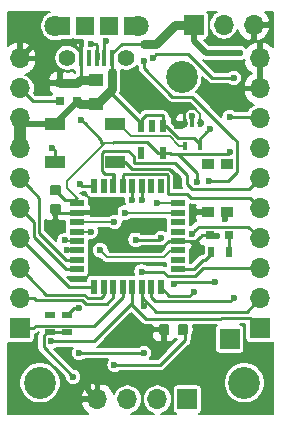
<source format=gbr>
G04 #@! TF.GenerationSoftware,KiCad,Pcbnew,5.1.2-f72e74a~84~ubuntu18.04.1*
G04 #@! TF.CreationDate,2019-05-09T21:42:28-06:00*
G04 #@! TF.ProjectId,rfboard,7266626f-6172-4642-9e6b-696361645f70,rev?*
G04 #@! TF.SameCoordinates,Original*
G04 #@! TF.FileFunction,Copper,L1,Top*
G04 #@! TF.FilePolarity,Positive*
%FSLAX46Y46*%
G04 Gerber Fmt 4.6, Leading zero omitted, Abs format (unit mm)*
G04 Created by KiCad (PCBNEW 5.1.2-f72e74a~84~ubuntu18.04.1) date 2019-05-09 21:42:28*
%MOMM*%
%LPD*%
G04 APERTURE LIST*
%ADD10R,1.651000X0.998220*%
%ADD11R,0.800000X0.800000*%
%ADD12R,0.450000X1.350000*%
%ADD13C,1.408000*%
%ADD14C,1.800000*%
%ADD15R,1.500000X1.550000*%
%ADD16R,0.558800X1.270000*%
%ADD17R,1.270000X0.558800*%
%ADD18R,0.600000X1.140000*%
%ADD19C,2.700000*%
%ADD20R,0.750000X0.800000*%
%ADD21R,1.250000X1.000000*%
%ADD22R,1.700000X1.700000*%
%ADD23O,1.700000X1.700000*%
%ADD24R,0.500000X0.900000*%
%ADD25R,0.400000X0.650000*%
%ADD26R,0.998220X0.899160*%
%ADD27R,0.900000X0.500000*%
%ADD28C,0.100000*%
%ADD29C,0.875000*%
%ADD30C,0.600000*%
%ADD31C,1.000000*%
%ADD32C,0.250000*%
%ADD33C,0.200000*%
%ADD34C,0.750000*%
%ADD35C,1.000000*%
%ADD36C,0.500000*%
G04 APERTURE END LIST*
D10*
X110424440Y-137600000D03*
X110424440Y-140795320D03*
X115575560Y-140795320D03*
X115575560Y-137600000D03*
D11*
X125200000Y-147000000D03*
X123600000Y-147000000D03*
D12*
X115300000Y-131975000D03*
X114650000Y-131975000D03*
X114000000Y-131975000D03*
X113350000Y-131975000D03*
X112700000Y-131975000D03*
D13*
X116500000Y-132000000D03*
X111500000Y-132000000D03*
D14*
X117500000Y-129300000D03*
X110500000Y-129300000D03*
D15*
X115000000Y-129300000D03*
X113000000Y-129300000D03*
X117050000Y-129300000D03*
X110950000Y-129300000D03*
D16*
X119400300Y-142808620D03*
X118600200Y-142808620D03*
X117800100Y-142808620D03*
X117000000Y-142808620D03*
X116202440Y-142808620D03*
X115402340Y-142808620D03*
X114602240Y-142808620D03*
X113802140Y-142808620D03*
D17*
X112308620Y-144302140D03*
X112308620Y-145102240D03*
X112308620Y-145902340D03*
X112308620Y-146702440D03*
X112308620Y-147500000D03*
X112308620Y-148300100D03*
X112308620Y-149100200D03*
X112308620Y-149900300D03*
D16*
X113802140Y-151393820D03*
X114602240Y-151393820D03*
X115402340Y-151393820D03*
X116202440Y-151393820D03*
X117000000Y-151393820D03*
X117800100Y-151393820D03*
X118600200Y-151393820D03*
X119400300Y-151393820D03*
D17*
X120893820Y-149900300D03*
X120893820Y-149100200D03*
X120893820Y-148300100D03*
X120893820Y-147500000D03*
X120893820Y-146702440D03*
X120893820Y-145902340D03*
X120893820Y-145102240D03*
X120893820Y-144302140D03*
D18*
X119650000Y-137760000D03*
X118700000Y-137760000D03*
X117750000Y-137760000D03*
X117750000Y-140040000D03*
X119650000Y-140040000D03*
D19*
X109200000Y-159500000D03*
X126500000Y-159500000D03*
X121200000Y-133600000D03*
D20*
X110900000Y-134150000D03*
X110900000Y-135650000D03*
X112300000Y-134150000D03*
X112300000Y-135650000D03*
D21*
X113900000Y-135900000D03*
X113900000Y-133900000D03*
D22*
X107500000Y-154900000D03*
D23*
X107500000Y-152360000D03*
X107500000Y-149820000D03*
X107500000Y-147280000D03*
X107500000Y-144740000D03*
X107500000Y-142200000D03*
X107500000Y-139660000D03*
X107500000Y-137120000D03*
X107500000Y-134580000D03*
X107500000Y-132040000D03*
D22*
X127820000Y-154900000D03*
D23*
X127820000Y-152360000D03*
X127820000Y-149820000D03*
X127820000Y-147280000D03*
X127820000Y-144740000D03*
X127820000Y-142200000D03*
X127820000Y-139660000D03*
X127820000Y-137120000D03*
X127820000Y-134580000D03*
X127820000Y-132040000D03*
D22*
X122220000Y-129200000D03*
D23*
X124760000Y-129200000D03*
X127300000Y-129200000D03*
D22*
X121680000Y-160900000D03*
D23*
X119140000Y-160900000D03*
X116600000Y-160900000D03*
X114060000Y-160900000D03*
D24*
X125200000Y-148400000D03*
X123700000Y-148400000D03*
D25*
X122750000Y-137550000D03*
X121450000Y-137550000D03*
X122100000Y-137550000D03*
X121450000Y-139450000D03*
X122750000Y-139450000D03*
D26*
X123452440Y-140950220D03*
X123452440Y-145049780D03*
X125047560Y-145049780D03*
X125047560Y-140950220D03*
D27*
X110000000Y-153750000D03*
X110000000Y-155250000D03*
X111500000Y-153750000D03*
X111500000Y-155250000D03*
D22*
X125250000Y-155800000D03*
D28*
G36*
X110777691Y-142776053D02*
G01*
X110798926Y-142779203D01*
X110819750Y-142784419D01*
X110839962Y-142791651D01*
X110859368Y-142800830D01*
X110877781Y-142811866D01*
X110895024Y-142824654D01*
X110910930Y-142839070D01*
X110925346Y-142854976D01*
X110938134Y-142872219D01*
X110949170Y-142890632D01*
X110958349Y-142910038D01*
X110965581Y-142930250D01*
X110970797Y-142951074D01*
X110973947Y-142972309D01*
X110975000Y-142993750D01*
X110975000Y-143431250D01*
X110973947Y-143452691D01*
X110970797Y-143473926D01*
X110965581Y-143494750D01*
X110958349Y-143514962D01*
X110949170Y-143534368D01*
X110938134Y-143552781D01*
X110925346Y-143570024D01*
X110910930Y-143585930D01*
X110895024Y-143600346D01*
X110877781Y-143613134D01*
X110859368Y-143624170D01*
X110839962Y-143633349D01*
X110819750Y-143640581D01*
X110798926Y-143645797D01*
X110777691Y-143648947D01*
X110756250Y-143650000D01*
X110243750Y-143650000D01*
X110222309Y-143648947D01*
X110201074Y-143645797D01*
X110180250Y-143640581D01*
X110160038Y-143633349D01*
X110140632Y-143624170D01*
X110122219Y-143613134D01*
X110104976Y-143600346D01*
X110089070Y-143585930D01*
X110074654Y-143570024D01*
X110061866Y-143552781D01*
X110050830Y-143534368D01*
X110041651Y-143514962D01*
X110034419Y-143494750D01*
X110029203Y-143473926D01*
X110026053Y-143452691D01*
X110025000Y-143431250D01*
X110025000Y-142993750D01*
X110026053Y-142972309D01*
X110029203Y-142951074D01*
X110034419Y-142930250D01*
X110041651Y-142910038D01*
X110050830Y-142890632D01*
X110061866Y-142872219D01*
X110074654Y-142854976D01*
X110089070Y-142839070D01*
X110104976Y-142824654D01*
X110122219Y-142811866D01*
X110140632Y-142800830D01*
X110160038Y-142791651D01*
X110180250Y-142784419D01*
X110201074Y-142779203D01*
X110222309Y-142776053D01*
X110243750Y-142775000D01*
X110756250Y-142775000D01*
X110777691Y-142776053D01*
X110777691Y-142776053D01*
G37*
D29*
X110500000Y-143212500D03*
D28*
G36*
X110777691Y-144351053D02*
G01*
X110798926Y-144354203D01*
X110819750Y-144359419D01*
X110839962Y-144366651D01*
X110859368Y-144375830D01*
X110877781Y-144386866D01*
X110895024Y-144399654D01*
X110910930Y-144414070D01*
X110925346Y-144429976D01*
X110938134Y-144447219D01*
X110949170Y-144465632D01*
X110958349Y-144485038D01*
X110965581Y-144505250D01*
X110970797Y-144526074D01*
X110973947Y-144547309D01*
X110975000Y-144568750D01*
X110975000Y-145006250D01*
X110973947Y-145027691D01*
X110970797Y-145048926D01*
X110965581Y-145069750D01*
X110958349Y-145089962D01*
X110949170Y-145109368D01*
X110938134Y-145127781D01*
X110925346Y-145145024D01*
X110910930Y-145160930D01*
X110895024Y-145175346D01*
X110877781Y-145188134D01*
X110859368Y-145199170D01*
X110839962Y-145208349D01*
X110819750Y-145215581D01*
X110798926Y-145220797D01*
X110777691Y-145223947D01*
X110756250Y-145225000D01*
X110243750Y-145225000D01*
X110222309Y-145223947D01*
X110201074Y-145220797D01*
X110180250Y-145215581D01*
X110160038Y-145208349D01*
X110140632Y-145199170D01*
X110122219Y-145188134D01*
X110104976Y-145175346D01*
X110089070Y-145160930D01*
X110074654Y-145145024D01*
X110061866Y-145127781D01*
X110050830Y-145109368D01*
X110041651Y-145089962D01*
X110034419Y-145069750D01*
X110029203Y-145048926D01*
X110026053Y-145027691D01*
X110025000Y-145006250D01*
X110025000Y-144568750D01*
X110026053Y-144547309D01*
X110029203Y-144526074D01*
X110034419Y-144505250D01*
X110041651Y-144485038D01*
X110050830Y-144465632D01*
X110061866Y-144447219D01*
X110074654Y-144429976D01*
X110089070Y-144414070D01*
X110104976Y-144399654D01*
X110122219Y-144386866D01*
X110140632Y-144375830D01*
X110160038Y-144366651D01*
X110180250Y-144359419D01*
X110201074Y-144354203D01*
X110222309Y-144351053D01*
X110243750Y-144350000D01*
X110756250Y-144350000D01*
X110777691Y-144351053D01*
X110777691Y-144351053D01*
G37*
D29*
X110500000Y-144787500D03*
D28*
G36*
X119952691Y-154526053D02*
G01*
X119973926Y-154529203D01*
X119994750Y-154534419D01*
X120014962Y-154541651D01*
X120034368Y-154550830D01*
X120052781Y-154561866D01*
X120070024Y-154574654D01*
X120085930Y-154589070D01*
X120100346Y-154604976D01*
X120113134Y-154622219D01*
X120124170Y-154640632D01*
X120133349Y-154660038D01*
X120140581Y-154680250D01*
X120145797Y-154701074D01*
X120148947Y-154722309D01*
X120150000Y-154743750D01*
X120150000Y-155256250D01*
X120148947Y-155277691D01*
X120145797Y-155298926D01*
X120140581Y-155319750D01*
X120133349Y-155339962D01*
X120124170Y-155359368D01*
X120113134Y-155377781D01*
X120100346Y-155395024D01*
X120085930Y-155410930D01*
X120070024Y-155425346D01*
X120052781Y-155438134D01*
X120034368Y-155449170D01*
X120014962Y-155458349D01*
X119994750Y-155465581D01*
X119973926Y-155470797D01*
X119952691Y-155473947D01*
X119931250Y-155475000D01*
X119493750Y-155475000D01*
X119472309Y-155473947D01*
X119451074Y-155470797D01*
X119430250Y-155465581D01*
X119410038Y-155458349D01*
X119390632Y-155449170D01*
X119372219Y-155438134D01*
X119354976Y-155425346D01*
X119339070Y-155410930D01*
X119324654Y-155395024D01*
X119311866Y-155377781D01*
X119300830Y-155359368D01*
X119291651Y-155339962D01*
X119284419Y-155319750D01*
X119279203Y-155298926D01*
X119276053Y-155277691D01*
X119275000Y-155256250D01*
X119275000Y-154743750D01*
X119276053Y-154722309D01*
X119279203Y-154701074D01*
X119284419Y-154680250D01*
X119291651Y-154660038D01*
X119300830Y-154640632D01*
X119311866Y-154622219D01*
X119324654Y-154604976D01*
X119339070Y-154589070D01*
X119354976Y-154574654D01*
X119372219Y-154561866D01*
X119390632Y-154550830D01*
X119410038Y-154541651D01*
X119430250Y-154534419D01*
X119451074Y-154529203D01*
X119472309Y-154526053D01*
X119493750Y-154525000D01*
X119931250Y-154525000D01*
X119952691Y-154526053D01*
X119952691Y-154526053D01*
G37*
D29*
X119712500Y-155000000D03*
D28*
G36*
X121527691Y-154526053D02*
G01*
X121548926Y-154529203D01*
X121569750Y-154534419D01*
X121589962Y-154541651D01*
X121609368Y-154550830D01*
X121627781Y-154561866D01*
X121645024Y-154574654D01*
X121660930Y-154589070D01*
X121675346Y-154604976D01*
X121688134Y-154622219D01*
X121699170Y-154640632D01*
X121708349Y-154660038D01*
X121715581Y-154680250D01*
X121720797Y-154701074D01*
X121723947Y-154722309D01*
X121725000Y-154743750D01*
X121725000Y-155256250D01*
X121723947Y-155277691D01*
X121720797Y-155298926D01*
X121715581Y-155319750D01*
X121708349Y-155339962D01*
X121699170Y-155359368D01*
X121688134Y-155377781D01*
X121675346Y-155395024D01*
X121660930Y-155410930D01*
X121645024Y-155425346D01*
X121627781Y-155438134D01*
X121609368Y-155449170D01*
X121589962Y-155458349D01*
X121569750Y-155465581D01*
X121548926Y-155470797D01*
X121527691Y-155473947D01*
X121506250Y-155475000D01*
X121068750Y-155475000D01*
X121047309Y-155473947D01*
X121026074Y-155470797D01*
X121005250Y-155465581D01*
X120985038Y-155458349D01*
X120965632Y-155449170D01*
X120947219Y-155438134D01*
X120929976Y-155425346D01*
X120914070Y-155410930D01*
X120899654Y-155395024D01*
X120886866Y-155377781D01*
X120875830Y-155359368D01*
X120866651Y-155339962D01*
X120859419Y-155319750D01*
X120854203Y-155298926D01*
X120851053Y-155277691D01*
X120850000Y-155256250D01*
X120850000Y-154743750D01*
X120851053Y-154722309D01*
X120854203Y-154701074D01*
X120859419Y-154680250D01*
X120866651Y-154660038D01*
X120875830Y-154640632D01*
X120886866Y-154622219D01*
X120899654Y-154604976D01*
X120914070Y-154589070D01*
X120929976Y-154574654D01*
X120947219Y-154561866D01*
X120965632Y-154550830D01*
X120985038Y-154541651D01*
X121005250Y-154534419D01*
X121026074Y-154529203D01*
X121047309Y-154526053D01*
X121068750Y-154525000D01*
X121506250Y-154525000D01*
X121527691Y-154526053D01*
X121527691Y-154526053D01*
G37*
D29*
X121287500Y-155000000D03*
D30*
X115500000Y-158000000D03*
X112000000Y-159000000D03*
X120893820Y-145902340D03*
X121498480Y-154996160D03*
X122528609Y-142473620D03*
X125250000Y-137000000D03*
X125250000Y-140000000D03*
X112698198Y-137219318D03*
X110900000Y-135650000D03*
X119499500Y-154996160D03*
X120750000Y-142000000D03*
X124197733Y-147040500D03*
X123452440Y-140950220D03*
X120824274Y-137765965D03*
X120500000Y-158900000D03*
X123700000Y-157500000D03*
X110500000Y-145100000D03*
X122799002Y-137550000D03*
X118700000Y-137760000D03*
X119300000Y-148300000D03*
D31*
X113900000Y-133900000D03*
D30*
X123452440Y-145049780D03*
X123583645Y-138001126D03*
X126100000Y-131600000D03*
X110200000Y-139600000D03*
X118732268Y-131980308D03*
X125600000Y-152300000D03*
X114800000Y-130600000D03*
X125600000Y-133700000D03*
X113500000Y-130800000D03*
X118000000Y-132300000D03*
X123500000Y-142400000D03*
X122200000Y-151800000D03*
X119100000Y-144300000D03*
X116375990Y-145100000D03*
X122069750Y-136955161D03*
X112600000Y-142700000D03*
X115500000Y-145900000D03*
X113500000Y-146700000D03*
X111291520Y-147457063D03*
X111446754Y-148240850D03*
X114300000Y-148300000D03*
X117800000Y-150100000D03*
X117800000Y-144000000D03*
X122027832Y-146875990D03*
X119470028Y-147247488D03*
X117300000Y-147400000D03*
X117000000Y-144000000D03*
X125047560Y-140950220D03*
X120500000Y-151127717D03*
X124000000Y-151000000D03*
X120893820Y-149100200D03*
X124821743Y-145651989D03*
X110124010Y-156000000D03*
X110000000Y-153750000D03*
X112457623Y-153147790D03*
X112500000Y-157000000D03*
X118000000Y-157000000D03*
X118000000Y-153000000D03*
D32*
X115500000Y-158000000D02*
X119395070Y-158000000D01*
X119395070Y-158000000D02*
X121498480Y-155896590D01*
X121498480Y-155896590D02*
X121498480Y-154996160D01*
X109500000Y-156500000D02*
X112000000Y-159000000D01*
X109500000Y-155550000D02*
X109500000Y-156500000D01*
X110000000Y-155250000D02*
X109800000Y-155250000D01*
X109800000Y-155250000D02*
X109500000Y-155550000D01*
X110000000Y-155250000D02*
X111500000Y-155250000D01*
X122528609Y-142049356D02*
X122528609Y-142473620D01*
X121494640Y-155000000D02*
X121498480Y-154996160D01*
X120840010Y-140099001D02*
X122528609Y-141787600D01*
X122528609Y-141787600D02*
X122528609Y-142049356D01*
X120750000Y-140099001D02*
X120840010Y-140099001D01*
X120259001Y-140099001D02*
X120750000Y-140099001D01*
X120750000Y-140099001D02*
X125150999Y-140099001D01*
X125250000Y-137000000D02*
X127700000Y-137000000D01*
X127700000Y-137000000D02*
X127820000Y-137120000D01*
X119650000Y-140040000D02*
X120200000Y-140040000D01*
X125150999Y-140099001D02*
X125250000Y-140000000D01*
X120200000Y-140040000D02*
X120259001Y-140099001D01*
X115337069Y-139170999D02*
X115362069Y-139145999D01*
X115362069Y-139145999D02*
X118255999Y-139145999D01*
X118255999Y-139145999D02*
X119150000Y-140040000D01*
X127800000Y-137100000D02*
X127676997Y-136976997D01*
X112998197Y-137519317D02*
X112698198Y-137219318D01*
X114395999Y-138917119D02*
X112998197Y-137519317D01*
X114395999Y-139170999D02*
X114395999Y-138917119D01*
D33*
X112308620Y-143822740D02*
X112308620Y-144302140D01*
X111473620Y-142389806D02*
X111473620Y-142987740D01*
X114692427Y-139170999D02*
X111473620Y-142389806D01*
X115337069Y-139170999D02*
X114692427Y-139170999D01*
D32*
X119650000Y-140040000D02*
X119650000Y-140310000D01*
X110900000Y-135650000D02*
X108570000Y-135650000D01*
X108570000Y-135650000D02*
X107500000Y-134580000D01*
X110900000Y-135675000D02*
X110900000Y-135650000D01*
D33*
X115337069Y-139170999D02*
X114395999Y-139170999D01*
D32*
X119650000Y-140040000D02*
X119150000Y-140040000D01*
D33*
X127800000Y-137100000D02*
X127820000Y-137120000D01*
D34*
X107780000Y-134860000D02*
X107500000Y-134580000D01*
D33*
X111473620Y-142987740D02*
X112308620Y-143822740D01*
D32*
X110500000Y-143212500D02*
X111287500Y-144000000D01*
X112131360Y-144000000D02*
X112308620Y-143822740D01*
X111287500Y-144000000D02*
X112131360Y-144000000D01*
D35*
X120200001Y-159199999D02*
X120500000Y-158900000D01*
X114452659Y-159199999D02*
X120200001Y-159199999D01*
X113250220Y-157997560D02*
X114452659Y-159199999D01*
D33*
X122750000Y-137025000D02*
X122750000Y-137550000D01*
X122750000Y-136748887D02*
X122750000Y-137025000D01*
X121450000Y-136688387D02*
X121782228Y-136356159D01*
X122357272Y-136356159D02*
X122750000Y-136748887D01*
X121782228Y-136356159D02*
X122357272Y-136356159D01*
X121450000Y-137550000D02*
X121450000Y-136688387D01*
D32*
X115575560Y-140795320D02*
X116417121Y-140795320D01*
X120150608Y-141400608D02*
X120750000Y-142000000D01*
X116417121Y-140795320D02*
X117022409Y-141400608D01*
X117022409Y-141400608D02*
X120150608Y-141400608D01*
X123773469Y-147040500D02*
X124197733Y-147040500D01*
X123640500Y-147040500D02*
X123773469Y-147040500D01*
X123600000Y-147000000D02*
X123640500Y-147040500D01*
X123600000Y-147000000D02*
X122950000Y-147000000D01*
X122950000Y-147000000D02*
X122450000Y-147500000D01*
X122450000Y-147500000D02*
X121778820Y-147500000D01*
X121778820Y-147500000D02*
X120893820Y-147500000D01*
D36*
X121450000Y-137550000D02*
X121450000Y-137564503D01*
X121450000Y-137564503D02*
X121248538Y-137765965D01*
X121248538Y-137765965D02*
X120824274Y-137765965D01*
X113250220Y-157997560D02*
X113250220Y-160090220D01*
X113250220Y-160090220D02*
X114060000Y-160900000D01*
D35*
X120500000Y-158900000D02*
X122300000Y-158900000D01*
X122300000Y-158900000D02*
X123700000Y-157500000D01*
D32*
X112308620Y-145102240D02*
X110502240Y-145102240D01*
X110502240Y-145102240D02*
X110500000Y-145100000D01*
D36*
X122750000Y-137550000D02*
X122799002Y-137550000D01*
X108840000Y-130700000D02*
X111875000Y-130700000D01*
X111875000Y-130700000D02*
X112075000Y-130900000D01*
X107500000Y-132040000D02*
X108840000Y-130700000D01*
D32*
X112700000Y-131975000D02*
X112700000Y-131525000D01*
X112700000Y-131525000D02*
X112075000Y-130900000D01*
X120893820Y-147500000D02*
X120100000Y-147500000D01*
X120100000Y-147500000D02*
X119300000Y-148300000D01*
D34*
X112300000Y-134150000D02*
X110900000Y-134150000D01*
X113900000Y-133900000D02*
X112550000Y-133900000D01*
X112550000Y-133900000D02*
X112300000Y-134150000D01*
D32*
X112700000Y-131975000D02*
X112700000Y-133750000D01*
X112700000Y-133750000D02*
X112300000Y-134150000D01*
X107710000Y-132250000D02*
X107500000Y-132040000D01*
D35*
X107500000Y-137120000D02*
X107500000Y-139660000D01*
D32*
X119894785Y-137760000D02*
X119650000Y-137760000D01*
X122750000Y-139450000D02*
X122750000Y-138834771D01*
X123283646Y-138301125D02*
X123583645Y-138001126D01*
X122193840Y-138768840D02*
X120903625Y-138768840D01*
X122750000Y-138834771D02*
X123283646Y-138301125D01*
X120903625Y-138768840D02*
X119894785Y-137760000D01*
X122750000Y-139450000D02*
X122750000Y-139325000D01*
X122750000Y-139325000D02*
X122193840Y-138768840D01*
X115300000Y-131975000D02*
X115300000Y-131623522D01*
X116123522Y-130800000D02*
X118000000Y-130800000D01*
X115300000Y-131623522D02*
X116123522Y-130800000D01*
D36*
X122220000Y-129200000D02*
X122220000Y-130550000D01*
X122220000Y-130550000D02*
X123270000Y-131600000D01*
X123270000Y-131600000D02*
X126100000Y-131600000D01*
X110424440Y-137600000D02*
X107980000Y-137600000D01*
X107980000Y-137600000D02*
X107500000Y-137120000D01*
X112300000Y-135650000D02*
X112300000Y-135724440D01*
X112300000Y-135724440D02*
X110424440Y-137600000D01*
D32*
X117750000Y-137760000D02*
X117750000Y-137256798D01*
X117750000Y-137256798D02*
X118140799Y-136865999D01*
X118140799Y-136865999D02*
X119575999Y-136865999D01*
X119575999Y-136865999D02*
X119650000Y-136940000D01*
X119650000Y-136940000D02*
X119650000Y-137760000D01*
X115300000Y-134625000D02*
X115300000Y-135040000D01*
X115300000Y-135040000D02*
X117750000Y-137490000D01*
X117750000Y-137490000D02*
X117750000Y-137760000D01*
D34*
X122220000Y-129200000D02*
X120620000Y-129200000D01*
D32*
X118000000Y-130800000D02*
X118400000Y-130800000D01*
D34*
X120620000Y-129200000D02*
X119020000Y-130800000D01*
X119020000Y-130800000D02*
X118000000Y-130800000D01*
X113900000Y-135900000D02*
X112550000Y-135900000D01*
X112550000Y-135900000D02*
X112300000Y-135650000D01*
X115300000Y-133200000D02*
X115300000Y-134625000D01*
X115300000Y-134625000D02*
X114025000Y-135900000D01*
X114025000Y-135900000D02*
X113900000Y-135900000D01*
D32*
X115300000Y-131975000D02*
X115300000Y-133200000D01*
X110424440Y-140795320D02*
X110424440Y-139824440D01*
X110424440Y-139824440D02*
X110200000Y-139600000D01*
D33*
X120985143Y-139450000D02*
X120164144Y-138629001D01*
X121450000Y-139450000D02*
X120985143Y-139450000D01*
X120164144Y-138629001D02*
X116930951Y-138629001D01*
X115901950Y-137600000D02*
X115575560Y-137600000D01*
X116930951Y-138629001D02*
X115901950Y-137600000D01*
D32*
X125200000Y-148400000D02*
X125200000Y-147000000D01*
X118921379Y-152599999D02*
X125300001Y-152599999D01*
X118600200Y-152278820D02*
X118921379Y-152599999D01*
X125300001Y-152599999D02*
X125600000Y-152300000D01*
X118600200Y-151393820D02*
X118600200Y-152278820D01*
X119032267Y-131680309D02*
X118732268Y-131980308D01*
X121757831Y-131680309D02*
X119032267Y-131680309D01*
X125600000Y-133700000D02*
X123777522Y-133700000D01*
X123777522Y-133700000D02*
X121757831Y-131680309D01*
X114800000Y-130600000D02*
X114650000Y-130750000D01*
X114650000Y-130750000D02*
X114650000Y-131975000D01*
X125874002Y-139074002D02*
X125550000Y-138750000D01*
X125874002Y-141655670D02*
X125874002Y-139074002D01*
X125129672Y-142400000D02*
X125874002Y-141655670D01*
X123500000Y-142400000D02*
X125129672Y-142400000D01*
X119400300Y-151393820D02*
X120130482Y-152124002D01*
X121875998Y-152124002D02*
X121900001Y-152099999D01*
X120130482Y-152124002D02*
X121875998Y-152124002D01*
X121900001Y-152099999D02*
X122200000Y-151800000D01*
X125671836Y-138871836D02*
X125550000Y-138750000D01*
X125550000Y-138750000D02*
X122074001Y-135274001D01*
X113500000Y-130800000D02*
X113924264Y-130800000D01*
X113924264Y-130800000D02*
X114000000Y-130875736D01*
X114000000Y-130875736D02*
X114000000Y-131050000D01*
X114000000Y-131050000D02*
X114000000Y-131975000D01*
X122074001Y-135274001D02*
X120396479Y-135274001D01*
X120396479Y-135274001D02*
X118000000Y-132877522D01*
X118000000Y-132877522D02*
X118000000Y-132300000D01*
X123500000Y-142400000D02*
X123924264Y-142400000D01*
X114100000Y-132075000D02*
X114100000Y-131600000D01*
D33*
X119102140Y-144302140D02*
X119100000Y-144300000D01*
X120893820Y-144302140D02*
X119102140Y-144302140D01*
X120893820Y-145102240D02*
X116378230Y-145102240D01*
X116378230Y-145102240D02*
X116375990Y-145100000D01*
D32*
X122100000Y-136985411D02*
X122069750Y-136955161D01*
X122100000Y-137550000D02*
X122100000Y-136985411D01*
X113802140Y-142808620D02*
X112708620Y-142808620D01*
X112708620Y-142808620D02*
X112600000Y-142700000D01*
X123700000Y-148600000D02*
X123700000Y-148400000D01*
X123200000Y-149100000D02*
X123700000Y-148600000D01*
X123000000Y-149100000D02*
X123200000Y-149100000D01*
X122199700Y-149900300D02*
X123000000Y-149100000D01*
X120893820Y-149900300D02*
X122199700Y-149900300D01*
D33*
X112308620Y-145902340D02*
X115497660Y-145902340D01*
X115497660Y-145902340D02*
X115500000Y-145900000D01*
X112308620Y-146702440D02*
X113497560Y-146702440D01*
X113497560Y-146702440D02*
X113500000Y-146700000D01*
X111334457Y-147500000D02*
X111291520Y-147457063D01*
X112308620Y-147500000D02*
X111334457Y-147500000D01*
X111446754Y-148273234D02*
X111446754Y-148240850D01*
X112308620Y-148300100D02*
X111473620Y-148300100D01*
X111473620Y-148300100D02*
X111446754Y-148273234D01*
X114899002Y-148899002D02*
X119687522Y-148899002D01*
X120286424Y-148300100D02*
X120893820Y-148300100D01*
X119687522Y-148899002D02*
X120286424Y-148300100D01*
X114300000Y-148300000D02*
X114899002Y-148899002D01*
D32*
X116202440Y-151393820D02*
X116202440Y-152278820D01*
X116202440Y-152278820D02*
X113805261Y-154675999D01*
X113805261Y-154675999D02*
X108824001Y-154675999D01*
X108824001Y-154675999D02*
X108600000Y-154900000D01*
X108600000Y-154900000D02*
X107500000Y-154900000D01*
X113077553Y-152801832D02*
X112775721Y-152500000D01*
X108702081Y-152360000D02*
X107500000Y-152360000D01*
X114879328Y-152801832D02*
X113077553Y-152801832D01*
X108842081Y-152500000D02*
X108702081Y-152360000D01*
X112775721Y-152500000D02*
X108842081Y-152500000D01*
X115402340Y-152278820D02*
X114879328Y-152801832D01*
X115402340Y-151393820D02*
X115402340Y-152278820D01*
X109730989Y-152050989D02*
X108349999Y-150669999D01*
X114340741Y-152352821D02*
X113263539Y-152352821D01*
X114602240Y-151393820D02*
X114602240Y-152091322D01*
X113263539Y-152352821D02*
X112961707Y-152050989D01*
X108349999Y-150669999D02*
X107500000Y-149820000D01*
X114602240Y-152091322D02*
X114340741Y-152352821D01*
X112961707Y-152050989D02*
X109730989Y-152050989D01*
X113802140Y-151393820D02*
X111613820Y-151393820D01*
X111613820Y-151393820D02*
X107500000Y-147280000D01*
X112308620Y-149900300D02*
X111423620Y-149900300D01*
X108674001Y-147150681D02*
X108674001Y-145914001D01*
X108674001Y-145914001D02*
X108349999Y-145589999D01*
X108349999Y-145589999D02*
X107500000Y-144740000D01*
X111423620Y-149900300D02*
X108674001Y-147150681D01*
X108349999Y-143049999D02*
X107500000Y-142200000D01*
X109123012Y-143823012D02*
X108349999Y-143049999D01*
X109123012Y-146799592D02*
X109123012Y-143823012D01*
X111423620Y-149100200D02*
X109123012Y-146799592D01*
X112308620Y-149100200D02*
X111423620Y-149100200D01*
X126617919Y-149820000D02*
X127820000Y-149820000D01*
X122313097Y-150503701D02*
X122996798Y-149820000D01*
X119999619Y-150503701D02*
X122313097Y-150503701D01*
X119595918Y-150100000D02*
X119999619Y-150503701D01*
X117800000Y-150100000D02*
X119595918Y-150100000D01*
X122996798Y-149820000D02*
X126617919Y-149820000D01*
X117800100Y-142808620D02*
X117800100Y-143999900D01*
X117800100Y-143999900D02*
X117800000Y-144000000D01*
X117300000Y-147400000D02*
X119317516Y-147400000D01*
X119317516Y-147400000D02*
X119470028Y-147247488D01*
X117000000Y-142808620D02*
X117000000Y-144000000D01*
X126815999Y-146275999D02*
X122627823Y-146275999D01*
X122327831Y-146575991D02*
X122027832Y-146875990D01*
X122627823Y-146275999D02*
X122327831Y-146575991D01*
X127820000Y-147280000D02*
X126815999Y-146275999D01*
X120003701Y-141914419D02*
X120003701Y-143531536D01*
X120003701Y-143531536D02*
X121620818Y-143531536D01*
X119938901Y-141849619D02*
X120003701Y-141914419D01*
X121620818Y-143531536D02*
X121979283Y-143890001D01*
X121979283Y-143890001D02*
X126970001Y-143890001D01*
X116202440Y-141923620D02*
X116276441Y-141849619D01*
X116276441Y-141849619D02*
X119938901Y-141849619D01*
X116202440Y-142808620D02*
X116202440Y-141923620D01*
X126970001Y-143890001D02*
X127820000Y-144740000D01*
X121622764Y-142687764D02*
X122032626Y-143097630D01*
X126922370Y-143097630D02*
X126970001Y-143049999D01*
X126970001Y-143049999D02*
X127820000Y-142200000D01*
X122032626Y-143097630D02*
X126922370Y-143097630D01*
X121622764Y-141949240D02*
X121622764Y-142687764D01*
X114722047Y-141849619D02*
X114426059Y-141553631D01*
X120607525Y-140934001D02*
X121622764Y-141949240D01*
X117190799Y-140934001D02*
X120607525Y-140934001D01*
X117125999Y-140869201D02*
X117190799Y-140934001D01*
X114587070Y-139875998D02*
X116655688Y-139875998D01*
X114426059Y-140037009D02*
X114587070Y-139875998D01*
X115476341Y-141849619D02*
X114722047Y-141849619D01*
X114426059Y-141553631D02*
X114426059Y-140037009D01*
X116655688Y-139875998D02*
X117125999Y-140346309D01*
X117125999Y-140346309D02*
X117125999Y-140869201D01*
X115402340Y-141923620D02*
X115476341Y-141849619D01*
X115402340Y-142808620D02*
X115402340Y-141923620D01*
X115476341Y-141849619D02*
X115402340Y-142808620D01*
X120627717Y-151000000D02*
X120500000Y-151127717D01*
X124000000Y-151000000D02*
X120627717Y-151000000D01*
X125047560Y-145049780D02*
X125028852Y-145049780D01*
X124821743Y-145227725D02*
X124821743Y-145651989D01*
X125047560Y-145049780D02*
X124999688Y-145049780D01*
X124999688Y-145049780D02*
X124821743Y-145227725D01*
X110548274Y-156000000D02*
X110124010Y-156000000D01*
X113783202Y-156000000D02*
X110548274Y-156000000D01*
X117000000Y-152783202D02*
X113783202Y-156000000D01*
X126945999Y-154025999D02*
X127820000Y-154900000D01*
X124542479Y-154025999D02*
X126945999Y-154025999D01*
X124494477Y-154074001D02*
X124542479Y-154025999D01*
X118150477Y-154074001D02*
X124494477Y-154074001D01*
X117000000Y-152923524D02*
X118150477Y-154074001D01*
X117000000Y-152783202D02*
X117000000Y-152923524D01*
X117000000Y-151393820D02*
X117000000Y-152783202D01*
X112457623Y-153147790D02*
X112102210Y-153147790D01*
X112102210Y-153147790D02*
X111500000Y-153750000D01*
X118000000Y-157000000D02*
X112500000Y-157000000D01*
X117800100Y-152278820D02*
X117800100Y-152800100D01*
X117800100Y-152800100D02*
X118000000Y-153000000D01*
X119021280Y-153500000D02*
X126680000Y-153500000D01*
X126680000Y-153500000D02*
X127820000Y-152360000D01*
X117800100Y-151393820D02*
X117800100Y-152278820D01*
X117800100Y-152278820D02*
X119021280Y-153500000D01*
D33*
X127556480Y-151756480D02*
X128100000Y-152300000D01*
G36*
X126568065Y-155750000D02*
G01*
X126575788Y-155828414D01*
X126598660Y-155903814D01*
X126635803Y-155973303D01*
X126685789Y-156034211D01*
X126746697Y-156084197D01*
X126816186Y-156121340D01*
X126891586Y-156144212D01*
X126970000Y-156151935D01*
X128670000Y-156151935D01*
X128748414Y-156144212D01*
X128823814Y-156121340D01*
X128893303Y-156084197D01*
X128925001Y-156058183D01*
X128925001Y-162125000D01*
X122671748Y-162125000D01*
X122683814Y-162121340D01*
X122753303Y-162084197D01*
X122814211Y-162034211D01*
X122864197Y-161973303D01*
X122901340Y-161903814D01*
X122924212Y-161828414D01*
X122931935Y-161750000D01*
X122931935Y-160050000D01*
X122924212Y-159971586D01*
X122901340Y-159896186D01*
X122864197Y-159826697D01*
X122814211Y-159765789D01*
X122753303Y-159715803D01*
X122683814Y-159678660D01*
X122608414Y-159655788D01*
X122530000Y-159648065D01*
X120830000Y-159648065D01*
X120751586Y-159655788D01*
X120676186Y-159678660D01*
X120606697Y-159715803D01*
X120545789Y-159765789D01*
X120495803Y-159826697D01*
X120458660Y-159896186D01*
X120435788Y-159971586D01*
X120428065Y-160050000D01*
X120428065Y-161750000D01*
X120435788Y-161828414D01*
X120458660Y-161903814D01*
X120495803Y-161973303D01*
X120545789Y-162034211D01*
X120606697Y-162084197D01*
X120676186Y-162121340D01*
X120688252Y-162125000D01*
X119407832Y-162125000D01*
X119620669Y-162060437D01*
X119837823Y-161944366D01*
X120028160Y-161788160D01*
X120184366Y-161597823D01*
X120300437Y-161380669D01*
X120371913Y-161145043D01*
X120396048Y-160900000D01*
X120371913Y-160654957D01*
X120300437Y-160419331D01*
X120184366Y-160202177D01*
X120028160Y-160011840D01*
X119837823Y-159855634D01*
X119620669Y-159739563D01*
X119385043Y-159668087D01*
X119201405Y-159650000D01*
X119078595Y-159650000D01*
X118894957Y-159668087D01*
X118659331Y-159739563D01*
X118442177Y-159855634D01*
X118251840Y-160011840D01*
X118095634Y-160202177D01*
X117979563Y-160419331D01*
X117908087Y-160654957D01*
X117883952Y-160900000D01*
X117908087Y-161145043D01*
X117979563Y-161380669D01*
X118095634Y-161597823D01*
X118251840Y-161788160D01*
X118442177Y-161944366D01*
X118659331Y-162060437D01*
X118872168Y-162125000D01*
X116867832Y-162125000D01*
X117080669Y-162060437D01*
X117297823Y-161944366D01*
X117488160Y-161788160D01*
X117644366Y-161597823D01*
X117760437Y-161380669D01*
X117831913Y-161145043D01*
X117856048Y-160900000D01*
X117831913Y-160654957D01*
X117760437Y-160419331D01*
X117644366Y-160202177D01*
X117488160Y-160011840D01*
X117297823Y-159855634D01*
X117080669Y-159739563D01*
X116845043Y-159668087D01*
X116661405Y-159650000D01*
X116538595Y-159650000D01*
X116354957Y-159668087D01*
X116119331Y-159739563D01*
X115902177Y-159855634D01*
X115711840Y-160011840D01*
X115555634Y-160202177D01*
X115439563Y-160419331D01*
X115435072Y-160434135D01*
X115366935Y-160253700D01*
X115215736Y-160011148D01*
X115020122Y-159802754D01*
X114787611Y-159636527D01*
X114527139Y-159518854D01*
X114438910Y-159492097D01*
X114214000Y-159603111D01*
X114214000Y-160746000D01*
X114234000Y-160746000D01*
X114234000Y-161054000D01*
X114214000Y-161054000D01*
X114214000Y-161074000D01*
X113906000Y-161074000D01*
X113906000Y-161054000D01*
X112762150Y-161054000D01*
X112652091Y-161278911D01*
X112753065Y-161546300D01*
X112904264Y-161788852D01*
X113099878Y-161997246D01*
X113278575Y-162125000D01*
X106475000Y-162125000D01*
X106475000Y-159327640D01*
X107450000Y-159327640D01*
X107450000Y-159672360D01*
X107517251Y-160010456D01*
X107649170Y-160328936D01*
X107840686Y-160615560D01*
X108084440Y-160859314D01*
X108371064Y-161050830D01*
X108689544Y-161182749D01*
X109027640Y-161250000D01*
X109372360Y-161250000D01*
X109710456Y-161182749D01*
X110028936Y-161050830D01*
X110315560Y-160859314D01*
X110559314Y-160615560D01*
X110622437Y-160521089D01*
X112652091Y-160521089D01*
X112762150Y-160746000D01*
X113906000Y-160746000D01*
X113906000Y-159603111D01*
X113681090Y-159492097D01*
X113592861Y-159518854D01*
X113332389Y-159636527D01*
X113099878Y-159802754D01*
X112904264Y-160011148D01*
X112753065Y-160253700D01*
X112652091Y-160521089D01*
X110622437Y-160521089D01*
X110750830Y-160328936D01*
X110882749Y-160010456D01*
X110950000Y-159672360D01*
X110950000Y-159327640D01*
X110882749Y-158989544D01*
X110750830Y-158671064D01*
X110559314Y-158384440D01*
X110315560Y-158140686D01*
X110028936Y-157949170D01*
X109710456Y-157817251D01*
X109372360Y-157750000D01*
X109027640Y-157750000D01*
X108689544Y-157817251D01*
X108371064Y-157949170D01*
X108084440Y-158140686D01*
X107840686Y-158384440D01*
X107649170Y-158671064D01*
X107517251Y-158989544D01*
X107450000Y-159327640D01*
X106475000Y-159327640D01*
X106475000Y-156110016D01*
X106496186Y-156121340D01*
X106571586Y-156144212D01*
X106650000Y-156151935D01*
X108350000Y-156151935D01*
X108428414Y-156144212D01*
X108503814Y-156121340D01*
X108573303Y-156084197D01*
X108634211Y-156034211D01*
X108684197Y-155973303D01*
X108721340Y-155903814D01*
X108744212Y-155828414D01*
X108751935Y-155750000D01*
X108751935Y-155402534D01*
X108801881Y-155387383D01*
X108893086Y-155338633D01*
X108973027Y-155273027D01*
X108989471Y-155252990D01*
X109041462Y-155200999D01*
X109107255Y-155200999D01*
X109061367Y-155256914D01*
X109012617Y-155348120D01*
X108982597Y-155447083D01*
X108975000Y-155524213D01*
X108975000Y-155524220D01*
X108972461Y-155550000D01*
X108975000Y-155575781D01*
X108975001Y-156474210D01*
X108972461Y-156500000D01*
X108982597Y-156602917D01*
X109012617Y-156701880D01*
X109012618Y-156701881D01*
X109061368Y-156793086D01*
X109126974Y-156873027D01*
X109147005Y-156889466D01*
X111300000Y-159042462D01*
X111300000Y-159068944D01*
X111326901Y-159204182D01*
X111379668Y-159331574D01*
X111456274Y-159446224D01*
X111553776Y-159543726D01*
X111668426Y-159620332D01*
X111795818Y-159673099D01*
X111931056Y-159700000D01*
X112068944Y-159700000D01*
X112204182Y-159673099D01*
X112331574Y-159620332D01*
X112446224Y-159543726D01*
X112543726Y-159446224D01*
X112620332Y-159331574D01*
X112621961Y-159327640D01*
X124750000Y-159327640D01*
X124750000Y-159672360D01*
X124817251Y-160010456D01*
X124949170Y-160328936D01*
X125140686Y-160615560D01*
X125384440Y-160859314D01*
X125671064Y-161050830D01*
X125989544Y-161182749D01*
X126327640Y-161250000D01*
X126672360Y-161250000D01*
X127010456Y-161182749D01*
X127328936Y-161050830D01*
X127615560Y-160859314D01*
X127859314Y-160615560D01*
X128050830Y-160328936D01*
X128182749Y-160010456D01*
X128250000Y-159672360D01*
X128250000Y-159327640D01*
X128182749Y-158989544D01*
X128050830Y-158671064D01*
X127859314Y-158384440D01*
X127615560Y-158140686D01*
X127328936Y-157949170D01*
X127010456Y-157817251D01*
X126672360Y-157750000D01*
X126327640Y-157750000D01*
X125989544Y-157817251D01*
X125671064Y-157949170D01*
X125384440Y-158140686D01*
X125140686Y-158384440D01*
X124949170Y-158671064D01*
X124817251Y-158989544D01*
X124750000Y-159327640D01*
X112621961Y-159327640D01*
X112673099Y-159204182D01*
X112700000Y-159068944D01*
X112700000Y-158931056D01*
X112673099Y-158795818D01*
X112620332Y-158668426D01*
X112543726Y-158553776D01*
X112446224Y-158456274D01*
X112331574Y-158379668D01*
X112204182Y-158326901D01*
X112068944Y-158300000D01*
X112042462Y-158300000D01*
X110389971Y-156647510D01*
X110455584Y-156620332D01*
X110570234Y-156543726D01*
X110588960Y-156525000D01*
X111985050Y-156525000D01*
X111956274Y-156553776D01*
X111879668Y-156668426D01*
X111826901Y-156795818D01*
X111800000Y-156931056D01*
X111800000Y-157068944D01*
X111826901Y-157204182D01*
X111879668Y-157331574D01*
X111956274Y-157446224D01*
X112053776Y-157543726D01*
X112168426Y-157620332D01*
X112295818Y-157673099D01*
X112431056Y-157700000D01*
X112568944Y-157700000D01*
X112704182Y-157673099D01*
X112831574Y-157620332D01*
X112946224Y-157543726D01*
X112964950Y-157525000D01*
X114985050Y-157525000D01*
X114956274Y-157553776D01*
X114879668Y-157668426D01*
X114826901Y-157795818D01*
X114800000Y-157931056D01*
X114800000Y-158068944D01*
X114826901Y-158204182D01*
X114879668Y-158331574D01*
X114956274Y-158446224D01*
X115053776Y-158543726D01*
X115168426Y-158620332D01*
X115295818Y-158673099D01*
X115431056Y-158700000D01*
X115568944Y-158700000D01*
X115704182Y-158673099D01*
X115831574Y-158620332D01*
X115946224Y-158543726D01*
X115964950Y-158525000D01*
X119369290Y-158525000D01*
X119395070Y-158527539D01*
X119420850Y-158525000D01*
X119420858Y-158525000D01*
X119497988Y-158517403D01*
X119596951Y-158487383D01*
X119688156Y-158438633D01*
X119768097Y-158373027D01*
X119784541Y-158352990D01*
X121851476Y-156286056D01*
X121871507Y-156269617D01*
X121937113Y-156189676D01*
X121985863Y-156098471D01*
X122015883Y-155999508D01*
X122023480Y-155922378D01*
X122023480Y-155922370D01*
X122026019Y-155896590D01*
X122023480Y-155870810D01*
X122023480Y-155598934D01*
X122079688Y-155493776D01*
X122115009Y-155377340D01*
X122120232Y-155324305D01*
X122171579Y-155200342D01*
X122198480Y-155065104D01*
X122198480Y-154927216D01*
X122171579Y-154791978D01*
X122119240Y-154665619D01*
X122115009Y-154622660D01*
X122107832Y-154599001D01*
X124208131Y-154599001D01*
X124176697Y-154615803D01*
X124115789Y-154665789D01*
X124065803Y-154726697D01*
X124028660Y-154796186D01*
X124005788Y-154871586D01*
X123998065Y-154950000D01*
X123998065Y-156650000D01*
X124005788Y-156728414D01*
X124028660Y-156803814D01*
X124065803Y-156873303D01*
X124115789Y-156934211D01*
X124176697Y-156984197D01*
X124246186Y-157021340D01*
X124321586Y-157044212D01*
X124400000Y-157051935D01*
X126100000Y-157051935D01*
X126178414Y-157044212D01*
X126253814Y-157021340D01*
X126323303Y-156984197D01*
X126384211Y-156934211D01*
X126434197Y-156873303D01*
X126471340Y-156803814D01*
X126494212Y-156728414D01*
X126501935Y-156650000D01*
X126501935Y-154950000D01*
X126494212Y-154871586D01*
X126471340Y-154796186D01*
X126434197Y-154726697D01*
X126384211Y-154665789D01*
X126323303Y-154615803D01*
X126253814Y-154578660D01*
X126178414Y-154555788D01*
X126129790Y-154550999D01*
X126568065Y-154550999D01*
X126568065Y-155750000D01*
X126568065Y-155750000D01*
G37*
X126568065Y-155750000D02*
X126575788Y-155828414D01*
X126598660Y-155903814D01*
X126635803Y-155973303D01*
X126685789Y-156034211D01*
X126746697Y-156084197D01*
X126816186Y-156121340D01*
X126891586Y-156144212D01*
X126970000Y-156151935D01*
X128670000Y-156151935D01*
X128748414Y-156144212D01*
X128823814Y-156121340D01*
X128893303Y-156084197D01*
X128925001Y-156058183D01*
X128925001Y-162125000D01*
X122671748Y-162125000D01*
X122683814Y-162121340D01*
X122753303Y-162084197D01*
X122814211Y-162034211D01*
X122864197Y-161973303D01*
X122901340Y-161903814D01*
X122924212Y-161828414D01*
X122931935Y-161750000D01*
X122931935Y-160050000D01*
X122924212Y-159971586D01*
X122901340Y-159896186D01*
X122864197Y-159826697D01*
X122814211Y-159765789D01*
X122753303Y-159715803D01*
X122683814Y-159678660D01*
X122608414Y-159655788D01*
X122530000Y-159648065D01*
X120830000Y-159648065D01*
X120751586Y-159655788D01*
X120676186Y-159678660D01*
X120606697Y-159715803D01*
X120545789Y-159765789D01*
X120495803Y-159826697D01*
X120458660Y-159896186D01*
X120435788Y-159971586D01*
X120428065Y-160050000D01*
X120428065Y-161750000D01*
X120435788Y-161828414D01*
X120458660Y-161903814D01*
X120495803Y-161973303D01*
X120545789Y-162034211D01*
X120606697Y-162084197D01*
X120676186Y-162121340D01*
X120688252Y-162125000D01*
X119407832Y-162125000D01*
X119620669Y-162060437D01*
X119837823Y-161944366D01*
X120028160Y-161788160D01*
X120184366Y-161597823D01*
X120300437Y-161380669D01*
X120371913Y-161145043D01*
X120396048Y-160900000D01*
X120371913Y-160654957D01*
X120300437Y-160419331D01*
X120184366Y-160202177D01*
X120028160Y-160011840D01*
X119837823Y-159855634D01*
X119620669Y-159739563D01*
X119385043Y-159668087D01*
X119201405Y-159650000D01*
X119078595Y-159650000D01*
X118894957Y-159668087D01*
X118659331Y-159739563D01*
X118442177Y-159855634D01*
X118251840Y-160011840D01*
X118095634Y-160202177D01*
X117979563Y-160419331D01*
X117908087Y-160654957D01*
X117883952Y-160900000D01*
X117908087Y-161145043D01*
X117979563Y-161380669D01*
X118095634Y-161597823D01*
X118251840Y-161788160D01*
X118442177Y-161944366D01*
X118659331Y-162060437D01*
X118872168Y-162125000D01*
X116867832Y-162125000D01*
X117080669Y-162060437D01*
X117297823Y-161944366D01*
X117488160Y-161788160D01*
X117644366Y-161597823D01*
X117760437Y-161380669D01*
X117831913Y-161145043D01*
X117856048Y-160900000D01*
X117831913Y-160654957D01*
X117760437Y-160419331D01*
X117644366Y-160202177D01*
X117488160Y-160011840D01*
X117297823Y-159855634D01*
X117080669Y-159739563D01*
X116845043Y-159668087D01*
X116661405Y-159650000D01*
X116538595Y-159650000D01*
X116354957Y-159668087D01*
X116119331Y-159739563D01*
X115902177Y-159855634D01*
X115711840Y-160011840D01*
X115555634Y-160202177D01*
X115439563Y-160419331D01*
X115435072Y-160434135D01*
X115366935Y-160253700D01*
X115215736Y-160011148D01*
X115020122Y-159802754D01*
X114787611Y-159636527D01*
X114527139Y-159518854D01*
X114438910Y-159492097D01*
X114214000Y-159603111D01*
X114214000Y-160746000D01*
X114234000Y-160746000D01*
X114234000Y-161054000D01*
X114214000Y-161054000D01*
X114214000Y-161074000D01*
X113906000Y-161074000D01*
X113906000Y-161054000D01*
X112762150Y-161054000D01*
X112652091Y-161278911D01*
X112753065Y-161546300D01*
X112904264Y-161788852D01*
X113099878Y-161997246D01*
X113278575Y-162125000D01*
X106475000Y-162125000D01*
X106475000Y-159327640D01*
X107450000Y-159327640D01*
X107450000Y-159672360D01*
X107517251Y-160010456D01*
X107649170Y-160328936D01*
X107840686Y-160615560D01*
X108084440Y-160859314D01*
X108371064Y-161050830D01*
X108689544Y-161182749D01*
X109027640Y-161250000D01*
X109372360Y-161250000D01*
X109710456Y-161182749D01*
X110028936Y-161050830D01*
X110315560Y-160859314D01*
X110559314Y-160615560D01*
X110622437Y-160521089D01*
X112652091Y-160521089D01*
X112762150Y-160746000D01*
X113906000Y-160746000D01*
X113906000Y-159603111D01*
X113681090Y-159492097D01*
X113592861Y-159518854D01*
X113332389Y-159636527D01*
X113099878Y-159802754D01*
X112904264Y-160011148D01*
X112753065Y-160253700D01*
X112652091Y-160521089D01*
X110622437Y-160521089D01*
X110750830Y-160328936D01*
X110882749Y-160010456D01*
X110950000Y-159672360D01*
X110950000Y-159327640D01*
X110882749Y-158989544D01*
X110750830Y-158671064D01*
X110559314Y-158384440D01*
X110315560Y-158140686D01*
X110028936Y-157949170D01*
X109710456Y-157817251D01*
X109372360Y-157750000D01*
X109027640Y-157750000D01*
X108689544Y-157817251D01*
X108371064Y-157949170D01*
X108084440Y-158140686D01*
X107840686Y-158384440D01*
X107649170Y-158671064D01*
X107517251Y-158989544D01*
X107450000Y-159327640D01*
X106475000Y-159327640D01*
X106475000Y-156110016D01*
X106496186Y-156121340D01*
X106571586Y-156144212D01*
X106650000Y-156151935D01*
X108350000Y-156151935D01*
X108428414Y-156144212D01*
X108503814Y-156121340D01*
X108573303Y-156084197D01*
X108634211Y-156034211D01*
X108684197Y-155973303D01*
X108721340Y-155903814D01*
X108744212Y-155828414D01*
X108751935Y-155750000D01*
X108751935Y-155402534D01*
X108801881Y-155387383D01*
X108893086Y-155338633D01*
X108973027Y-155273027D01*
X108989471Y-155252990D01*
X109041462Y-155200999D01*
X109107255Y-155200999D01*
X109061367Y-155256914D01*
X109012617Y-155348120D01*
X108982597Y-155447083D01*
X108975000Y-155524213D01*
X108975000Y-155524220D01*
X108972461Y-155550000D01*
X108975000Y-155575781D01*
X108975001Y-156474210D01*
X108972461Y-156500000D01*
X108982597Y-156602917D01*
X109012617Y-156701880D01*
X109012618Y-156701881D01*
X109061368Y-156793086D01*
X109126974Y-156873027D01*
X109147005Y-156889466D01*
X111300000Y-159042462D01*
X111300000Y-159068944D01*
X111326901Y-159204182D01*
X111379668Y-159331574D01*
X111456274Y-159446224D01*
X111553776Y-159543726D01*
X111668426Y-159620332D01*
X111795818Y-159673099D01*
X111931056Y-159700000D01*
X112068944Y-159700000D01*
X112204182Y-159673099D01*
X112331574Y-159620332D01*
X112446224Y-159543726D01*
X112543726Y-159446224D01*
X112620332Y-159331574D01*
X112621961Y-159327640D01*
X124750000Y-159327640D01*
X124750000Y-159672360D01*
X124817251Y-160010456D01*
X124949170Y-160328936D01*
X125140686Y-160615560D01*
X125384440Y-160859314D01*
X125671064Y-161050830D01*
X125989544Y-161182749D01*
X126327640Y-161250000D01*
X126672360Y-161250000D01*
X127010456Y-161182749D01*
X127328936Y-161050830D01*
X127615560Y-160859314D01*
X127859314Y-160615560D01*
X128050830Y-160328936D01*
X128182749Y-160010456D01*
X128250000Y-159672360D01*
X128250000Y-159327640D01*
X128182749Y-158989544D01*
X128050830Y-158671064D01*
X127859314Y-158384440D01*
X127615560Y-158140686D01*
X127328936Y-157949170D01*
X127010456Y-157817251D01*
X126672360Y-157750000D01*
X126327640Y-157750000D01*
X125989544Y-157817251D01*
X125671064Y-157949170D01*
X125384440Y-158140686D01*
X125140686Y-158384440D01*
X124949170Y-158671064D01*
X124817251Y-158989544D01*
X124750000Y-159327640D01*
X112621961Y-159327640D01*
X112673099Y-159204182D01*
X112700000Y-159068944D01*
X112700000Y-158931056D01*
X112673099Y-158795818D01*
X112620332Y-158668426D01*
X112543726Y-158553776D01*
X112446224Y-158456274D01*
X112331574Y-158379668D01*
X112204182Y-158326901D01*
X112068944Y-158300000D01*
X112042462Y-158300000D01*
X110389971Y-156647510D01*
X110455584Y-156620332D01*
X110570234Y-156543726D01*
X110588960Y-156525000D01*
X111985050Y-156525000D01*
X111956274Y-156553776D01*
X111879668Y-156668426D01*
X111826901Y-156795818D01*
X111800000Y-156931056D01*
X111800000Y-157068944D01*
X111826901Y-157204182D01*
X111879668Y-157331574D01*
X111956274Y-157446224D01*
X112053776Y-157543726D01*
X112168426Y-157620332D01*
X112295818Y-157673099D01*
X112431056Y-157700000D01*
X112568944Y-157700000D01*
X112704182Y-157673099D01*
X112831574Y-157620332D01*
X112946224Y-157543726D01*
X112964950Y-157525000D01*
X114985050Y-157525000D01*
X114956274Y-157553776D01*
X114879668Y-157668426D01*
X114826901Y-157795818D01*
X114800000Y-157931056D01*
X114800000Y-158068944D01*
X114826901Y-158204182D01*
X114879668Y-158331574D01*
X114956274Y-158446224D01*
X115053776Y-158543726D01*
X115168426Y-158620332D01*
X115295818Y-158673099D01*
X115431056Y-158700000D01*
X115568944Y-158700000D01*
X115704182Y-158673099D01*
X115831574Y-158620332D01*
X115946224Y-158543726D01*
X115964950Y-158525000D01*
X119369290Y-158525000D01*
X119395070Y-158527539D01*
X119420850Y-158525000D01*
X119420858Y-158525000D01*
X119497988Y-158517403D01*
X119596951Y-158487383D01*
X119688156Y-158438633D01*
X119768097Y-158373027D01*
X119784541Y-158352990D01*
X121851476Y-156286056D01*
X121871507Y-156269617D01*
X121937113Y-156189676D01*
X121985863Y-156098471D01*
X122015883Y-155999508D01*
X122023480Y-155922378D01*
X122023480Y-155922370D01*
X122026019Y-155896590D01*
X122023480Y-155870810D01*
X122023480Y-155598934D01*
X122079688Y-155493776D01*
X122115009Y-155377340D01*
X122120232Y-155324305D01*
X122171579Y-155200342D01*
X122198480Y-155065104D01*
X122198480Y-154927216D01*
X122171579Y-154791978D01*
X122119240Y-154665619D01*
X122115009Y-154622660D01*
X122107832Y-154599001D01*
X124208131Y-154599001D01*
X124176697Y-154615803D01*
X124115789Y-154665789D01*
X124065803Y-154726697D01*
X124028660Y-154796186D01*
X124005788Y-154871586D01*
X123998065Y-154950000D01*
X123998065Y-156650000D01*
X124005788Y-156728414D01*
X124028660Y-156803814D01*
X124065803Y-156873303D01*
X124115789Y-156934211D01*
X124176697Y-156984197D01*
X124246186Y-157021340D01*
X124321586Y-157044212D01*
X124400000Y-157051935D01*
X126100000Y-157051935D01*
X126178414Y-157044212D01*
X126253814Y-157021340D01*
X126323303Y-156984197D01*
X126384211Y-156934211D01*
X126434197Y-156873303D01*
X126471340Y-156803814D01*
X126494212Y-156728414D01*
X126501935Y-156650000D01*
X126501935Y-154950000D01*
X126494212Y-154871586D01*
X126471340Y-154796186D01*
X126434197Y-154726697D01*
X126384211Y-154665789D01*
X126323303Y-154615803D01*
X126253814Y-154578660D01*
X126178414Y-154555788D01*
X126129790Y-154550999D01*
X126568065Y-154550999D01*
X126568065Y-155750000D01*
G36*
X117761011Y-154426997D02*
G01*
X117777450Y-154447028D01*
X117857391Y-154512634D01*
X117948596Y-154561384D01*
X118047559Y-154591404D01*
X118124689Y-154599001D01*
X118124696Y-154599001D01*
X118150476Y-154601540D01*
X118176256Y-154599001D01*
X118665346Y-154599001D01*
X118667000Y-154694000D01*
X118819000Y-154846000D01*
X119558500Y-154846000D01*
X119558500Y-154826000D01*
X119866500Y-154826000D01*
X119866500Y-154846000D01*
X119886500Y-154846000D01*
X119886500Y-155154000D01*
X119866500Y-155154000D01*
X119866500Y-155931000D01*
X120018500Y-156083000D01*
X120150000Y-156085942D01*
X120269189Y-156074203D01*
X120383797Y-156039437D01*
X120489421Y-155982980D01*
X120582001Y-155907001D01*
X120657980Y-155814421D01*
X120693722Y-155747552D01*
X120723916Y-155772331D01*
X120825813Y-155826796D01*
X119177609Y-157475000D01*
X118514950Y-157475000D01*
X118543726Y-157446224D01*
X118620332Y-157331574D01*
X118673099Y-157204182D01*
X118700000Y-157068944D01*
X118700000Y-156931056D01*
X118673099Y-156795818D01*
X118620332Y-156668426D01*
X118543726Y-156553776D01*
X118446224Y-156456274D01*
X118331574Y-156379668D01*
X118204182Y-156326901D01*
X118068944Y-156300000D01*
X117931056Y-156300000D01*
X117795818Y-156326901D01*
X117668426Y-156379668D01*
X117553776Y-156456274D01*
X117535050Y-156475000D01*
X114008250Y-156475000D01*
X114076288Y-156438633D01*
X114156229Y-156373027D01*
X114172673Y-156352990D01*
X115050663Y-155475000D01*
X118664058Y-155475000D01*
X118675797Y-155594189D01*
X118710563Y-155708797D01*
X118767020Y-155814421D01*
X118842999Y-155907001D01*
X118935579Y-155982980D01*
X119041203Y-156039437D01*
X119155811Y-156074203D01*
X119275000Y-156085942D01*
X119406500Y-156083000D01*
X119558500Y-155931000D01*
X119558500Y-155154000D01*
X118819000Y-155154000D01*
X118667000Y-155306000D01*
X118664058Y-155475000D01*
X115050663Y-155475000D01*
X116929839Y-153595825D01*
X117761011Y-154426997D01*
X117761011Y-154426997D01*
G37*
X117761011Y-154426997D02*
X117777450Y-154447028D01*
X117857391Y-154512634D01*
X117948596Y-154561384D01*
X118047559Y-154591404D01*
X118124689Y-154599001D01*
X118124696Y-154599001D01*
X118150476Y-154601540D01*
X118176256Y-154599001D01*
X118665346Y-154599001D01*
X118667000Y-154694000D01*
X118819000Y-154846000D01*
X119558500Y-154846000D01*
X119558500Y-154826000D01*
X119866500Y-154826000D01*
X119866500Y-154846000D01*
X119886500Y-154846000D01*
X119886500Y-155154000D01*
X119866500Y-155154000D01*
X119866500Y-155931000D01*
X120018500Y-156083000D01*
X120150000Y-156085942D01*
X120269189Y-156074203D01*
X120383797Y-156039437D01*
X120489421Y-155982980D01*
X120582001Y-155907001D01*
X120657980Y-155814421D01*
X120693722Y-155747552D01*
X120723916Y-155772331D01*
X120825813Y-155826796D01*
X119177609Y-157475000D01*
X118514950Y-157475000D01*
X118543726Y-157446224D01*
X118620332Y-157331574D01*
X118673099Y-157204182D01*
X118700000Y-157068944D01*
X118700000Y-156931056D01*
X118673099Y-156795818D01*
X118620332Y-156668426D01*
X118543726Y-156553776D01*
X118446224Y-156456274D01*
X118331574Y-156379668D01*
X118204182Y-156326901D01*
X118068944Y-156300000D01*
X117931056Y-156300000D01*
X117795818Y-156326901D01*
X117668426Y-156379668D01*
X117553776Y-156456274D01*
X117535050Y-156475000D01*
X114008250Y-156475000D01*
X114076288Y-156438633D01*
X114156229Y-156373027D01*
X114172673Y-156352990D01*
X115050663Y-155475000D01*
X118664058Y-155475000D01*
X118675797Y-155594189D01*
X118710563Y-155708797D01*
X118767020Y-155814421D01*
X118842999Y-155907001D01*
X118935579Y-155982980D01*
X119041203Y-156039437D01*
X119155811Y-156074203D01*
X119275000Y-156085942D01*
X119406500Y-156083000D01*
X119558500Y-155931000D01*
X119558500Y-155154000D01*
X118819000Y-155154000D01*
X118667000Y-155306000D01*
X118664058Y-155475000D01*
X115050663Y-155475000D01*
X116929839Y-153595825D01*
X117761011Y-154426997D01*
G36*
X119856885Y-145622940D02*
G01*
X119856885Y-146181740D01*
X119864608Y-146260154D01*
X119877420Y-146302390D01*
X119864608Y-146344626D01*
X119856885Y-146423040D01*
X119856885Y-146664095D01*
X119801602Y-146627156D01*
X119674210Y-146574389D01*
X119538972Y-146547488D01*
X119401084Y-146547488D01*
X119265846Y-146574389D01*
X119138454Y-146627156D01*
X119023804Y-146703762D01*
X118926302Y-146801264D01*
X118877034Y-146875000D01*
X117764950Y-146875000D01*
X117746224Y-146856274D01*
X117631574Y-146779668D01*
X117504182Y-146726901D01*
X117368944Y-146700000D01*
X117231056Y-146700000D01*
X117095818Y-146726901D01*
X116968426Y-146779668D01*
X116853776Y-146856274D01*
X116756274Y-146953776D01*
X116679668Y-147068426D01*
X116626901Y-147195818D01*
X116600000Y-147331056D01*
X116600000Y-147468944D01*
X116626901Y-147604182D01*
X116679668Y-147731574D01*
X116756274Y-147846224D01*
X116853776Y-147943726D01*
X116968426Y-148020332D01*
X117095818Y-148073099D01*
X117231056Y-148100000D01*
X117368944Y-148100000D01*
X117504182Y-148073099D01*
X117631574Y-148020332D01*
X117746224Y-147943726D01*
X117764950Y-147925000D01*
X119288031Y-147925000D01*
X119401084Y-147947488D01*
X119538972Y-147947488D01*
X119666186Y-147922183D01*
X119697751Y-148021168D01*
X119754893Y-148124525D01*
X119480416Y-148399002D01*
X115106108Y-148399002D01*
X115000000Y-148292894D01*
X115000000Y-148231056D01*
X114973099Y-148095818D01*
X114920332Y-147968426D01*
X114843726Y-147853776D01*
X114746224Y-147756274D01*
X114631574Y-147679668D01*
X114504182Y-147626901D01*
X114368944Y-147600000D01*
X114231056Y-147600000D01*
X114095818Y-147626901D01*
X113968426Y-147679668D01*
X113853776Y-147756274D01*
X113756274Y-147853776D01*
X113679668Y-147968426D01*
X113626901Y-148095818D01*
X113600000Y-148231056D01*
X113600000Y-148368944D01*
X113626901Y-148504182D01*
X113679668Y-148631574D01*
X113756274Y-148746224D01*
X113853776Y-148843726D01*
X113968426Y-148920332D01*
X114095818Y-148973099D01*
X114231056Y-149000000D01*
X114292894Y-149000000D01*
X114528082Y-149235188D01*
X114543738Y-149254266D01*
X114619873Y-149316748D01*
X114706735Y-149363177D01*
X114800985Y-149391767D01*
X114899002Y-149401421D01*
X114923562Y-149399002D01*
X119662962Y-149399002D01*
X119687522Y-149401421D01*
X119712082Y-149399002D01*
X119785539Y-149391767D01*
X119856885Y-149370125D01*
X119856885Y-149379600D01*
X119864608Y-149458014D01*
X119877420Y-149500250D01*
X119864608Y-149542486D01*
X119856885Y-149620900D01*
X119856885Y-149644199D01*
X119797799Y-149612617D01*
X119698836Y-149582597D01*
X119621706Y-149575000D01*
X119621698Y-149575000D01*
X119595918Y-149572461D01*
X119570138Y-149575000D01*
X118264950Y-149575000D01*
X118246224Y-149556274D01*
X118131574Y-149479668D01*
X118004182Y-149426901D01*
X117868944Y-149400000D01*
X117731056Y-149400000D01*
X117595818Y-149426901D01*
X117468426Y-149479668D01*
X117353776Y-149556274D01*
X117256274Y-149653776D01*
X117179668Y-149768426D01*
X117126901Y-149895818D01*
X117100000Y-150031056D01*
X117100000Y-150168944D01*
X117126901Y-150304182D01*
X117148731Y-150356885D01*
X116720600Y-150356885D01*
X116642186Y-150364608D01*
X116601220Y-150377035D01*
X116560254Y-150364608D01*
X116481840Y-150356885D01*
X115923040Y-150356885D01*
X115844626Y-150364608D01*
X115802390Y-150377420D01*
X115760154Y-150364608D01*
X115681740Y-150356885D01*
X115122940Y-150356885D01*
X115044526Y-150364608D01*
X115002290Y-150377420D01*
X114960054Y-150364608D01*
X114881640Y-150356885D01*
X114322840Y-150356885D01*
X114244426Y-150364608D01*
X114202190Y-150377420D01*
X114159954Y-150364608D01*
X114081540Y-150356885D01*
X113522740Y-150356885D01*
X113444326Y-150364608D01*
X113368926Y-150387480D01*
X113299437Y-150424623D01*
X113238529Y-150474609D01*
X113188543Y-150535517D01*
X113151400Y-150605006D01*
X113128528Y-150680406D01*
X113120805Y-150758820D01*
X113120805Y-150868820D01*
X111831282Y-150868820D01*
X111506263Y-150543801D01*
X111519806Y-150551040D01*
X111595206Y-150573912D01*
X111673620Y-150581635D01*
X112943620Y-150581635D01*
X113022034Y-150573912D01*
X113097434Y-150551040D01*
X113166923Y-150513897D01*
X113227831Y-150463911D01*
X113277817Y-150403003D01*
X113314960Y-150333514D01*
X113337832Y-150258114D01*
X113345555Y-150179700D01*
X113345555Y-149620900D01*
X113337832Y-149542486D01*
X113325020Y-149500250D01*
X113337832Y-149458014D01*
X113345555Y-149379600D01*
X113345555Y-148820800D01*
X113337832Y-148742386D01*
X113325020Y-148700150D01*
X113337832Y-148657914D01*
X113345555Y-148579500D01*
X113345555Y-148020700D01*
X113337832Y-147942286D01*
X113325020Y-147900050D01*
X113337832Y-147857814D01*
X113345555Y-147779400D01*
X113345555Y-147382992D01*
X113431056Y-147400000D01*
X113568944Y-147400000D01*
X113704182Y-147373099D01*
X113831574Y-147320332D01*
X113946224Y-147243726D01*
X114043726Y-147146224D01*
X114120332Y-147031574D01*
X114173099Y-146904182D01*
X114200000Y-146768944D01*
X114200000Y-146631056D01*
X114173099Y-146495818D01*
X114134380Y-146402340D01*
X115012390Y-146402340D01*
X115053776Y-146443726D01*
X115168426Y-146520332D01*
X115295818Y-146573099D01*
X115431056Y-146600000D01*
X115568944Y-146600000D01*
X115704182Y-146573099D01*
X115831574Y-146520332D01*
X115946224Y-146443726D01*
X116043726Y-146346224D01*
X116120332Y-146231574D01*
X116173099Y-146104182D01*
X116200000Y-145968944D01*
X116200000Y-145831056D01*
X116189158Y-145776550D01*
X116307046Y-145800000D01*
X116444934Y-145800000D01*
X116580172Y-145773099D01*
X116707564Y-145720332D01*
X116822214Y-145643726D01*
X116863700Y-145602240D01*
X119858924Y-145602240D01*
X119856885Y-145622940D01*
X119856885Y-145622940D01*
G37*
X119856885Y-145622940D02*
X119856885Y-146181740D01*
X119864608Y-146260154D01*
X119877420Y-146302390D01*
X119864608Y-146344626D01*
X119856885Y-146423040D01*
X119856885Y-146664095D01*
X119801602Y-146627156D01*
X119674210Y-146574389D01*
X119538972Y-146547488D01*
X119401084Y-146547488D01*
X119265846Y-146574389D01*
X119138454Y-146627156D01*
X119023804Y-146703762D01*
X118926302Y-146801264D01*
X118877034Y-146875000D01*
X117764950Y-146875000D01*
X117746224Y-146856274D01*
X117631574Y-146779668D01*
X117504182Y-146726901D01*
X117368944Y-146700000D01*
X117231056Y-146700000D01*
X117095818Y-146726901D01*
X116968426Y-146779668D01*
X116853776Y-146856274D01*
X116756274Y-146953776D01*
X116679668Y-147068426D01*
X116626901Y-147195818D01*
X116600000Y-147331056D01*
X116600000Y-147468944D01*
X116626901Y-147604182D01*
X116679668Y-147731574D01*
X116756274Y-147846224D01*
X116853776Y-147943726D01*
X116968426Y-148020332D01*
X117095818Y-148073099D01*
X117231056Y-148100000D01*
X117368944Y-148100000D01*
X117504182Y-148073099D01*
X117631574Y-148020332D01*
X117746224Y-147943726D01*
X117764950Y-147925000D01*
X119288031Y-147925000D01*
X119401084Y-147947488D01*
X119538972Y-147947488D01*
X119666186Y-147922183D01*
X119697751Y-148021168D01*
X119754893Y-148124525D01*
X119480416Y-148399002D01*
X115106108Y-148399002D01*
X115000000Y-148292894D01*
X115000000Y-148231056D01*
X114973099Y-148095818D01*
X114920332Y-147968426D01*
X114843726Y-147853776D01*
X114746224Y-147756274D01*
X114631574Y-147679668D01*
X114504182Y-147626901D01*
X114368944Y-147600000D01*
X114231056Y-147600000D01*
X114095818Y-147626901D01*
X113968426Y-147679668D01*
X113853776Y-147756274D01*
X113756274Y-147853776D01*
X113679668Y-147968426D01*
X113626901Y-148095818D01*
X113600000Y-148231056D01*
X113600000Y-148368944D01*
X113626901Y-148504182D01*
X113679668Y-148631574D01*
X113756274Y-148746224D01*
X113853776Y-148843726D01*
X113968426Y-148920332D01*
X114095818Y-148973099D01*
X114231056Y-149000000D01*
X114292894Y-149000000D01*
X114528082Y-149235188D01*
X114543738Y-149254266D01*
X114619873Y-149316748D01*
X114706735Y-149363177D01*
X114800985Y-149391767D01*
X114899002Y-149401421D01*
X114923562Y-149399002D01*
X119662962Y-149399002D01*
X119687522Y-149401421D01*
X119712082Y-149399002D01*
X119785539Y-149391767D01*
X119856885Y-149370125D01*
X119856885Y-149379600D01*
X119864608Y-149458014D01*
X119877420Y-149500250D01*
X119864608Y-149542486D01*
X119856885Y-149620900D01*
X119856885Y-149644199D01*
X119797799Y-149612617D01*
X119698836Y-149582597D01*
X119621706Y-149575000D01*
X119621698Y-149575000D01*
X119595918Y-149572461D01*
X119570138Y-149575000D01*
X118264950Y-149575000D01*
X118246224Y-149556274D01*
X118131574Y-149479668D01*
X118004182Y-149426901D01*
X117868944Y-149400000D01*
X117731056Y-149400000D01*
X117595818Y-149426901D01*
X117468426Y-149479668D01*
X117353776Y-149556274D01*
X117256274Y-149653776D01*
X117179668Y-149768426D01*
X117126901Y-149895818D01*
X117100000Y-150031056D01*
X117100000Y-150168944D01*
X117126901Y-150304182D01*
X117148731Y-150356885D01*
X116720600Y-150356885D01*
X116642186Y-150364608D01*
X116601220Y-150377035D01*
X116560254Y-150364608D01*
X116481840Y-150356885D01*
X115923040Y-150356885D01*
X115844626Y-150364608D01*
X115802390Y-150377420D01*
X115760154Y-150364608D01*
X115681740Y-150356885D01*
X115122940Y-150356885D01*
X115044526Y-150364608D01*
X115002290Y-150377420D01*
X114960054Y-150364608D01*
X114881640Y-150356885D01*
X114322840Y-150356885D01*
X114244426Y-150364608D01*
X114202190Y-150377420D01*
X114159954Y-150364608D01*
X114081540Y-150356885D01*
X113522740Y-150356885D01*
X113444326Y-150364608D01*
X113368926Y-150387480D01*
X113299437Y-150424623D01*
X113238529Y-150474609D01*
X113188543Y-150535517D01*
X113151400Y-150605006D01*
X113128528Y-150680406D01*
X113120805Y-150758820D01*
X113120805Y-150868820D01*
X111831282Y-150868820D01*
X111506263Y-150543801D01*
X111519806Y-150551040D01*
X111595206Y-150573912D01*
X111673620Y-150581635D01*
X112943620Y-150581635D01*
X113022034Y-150573912D01*
X113097434Y-150551040D01*
X113166923Y-150513897D01*
X113227831Y-150463911D01*
X113277817Y-150403003D01*
X113314960Y-150333514D01*
X113337832Y-150258114D01*
X113345555Y-150179700D01*
X113345555Y-149620900D01*
X113337832Y-149542486D01*
X113325020Y-149500250D01*
X113337832Y-149458014D01*
X113345555Y-149379600D01*
X113345555Y-148820800D01*
X113337832Y-148742386D01*
X113325020Y-148700150D01*
X113337832Y-148657914D01*
X113345555Y-148579500D01*
X113345555Y-148020700D01*
X113337832Y-147942286D01*
X113325020Y-147900050D01*
X113337832Y-147857814D01*
X113345555Y-147779400D01*
X113345555Y-147382992D01*
X113431056Y-147400000D01*
X113568944Y-147400000D01*
X113704182Y-147373099D01*
X113831574Y-147320332D01*
X113946224Y-147243726D01*
X114043726Y-147146224D01*
X114120332Y-147031574D01*
X114173099Y-146904182D01*
X114200000Y-146768944D01*
X114200000Y-146631056D01*
X114173099Y-146495818D01*
X114134380Y-146402340D01*
X115012390Y-146402340D01*
X115053776Y-146443726D01*
X115168426Y-146520332D01*
X115295818Y-146573099D01*
X115431056Y-146600000D01*
X115568944Y-146600000D01*
X115704182Y-146573099D01*
X115831574Y-146520332D01*
X115946224Y-146443726D01*
X116043726Y-146346224D01*
X116120332Y-146231574D01*
X116173099Y-146104182D01*
X116200000Y-145968944D01*
X116200000Y-145831056D01*
X116189158Y-145776550D01*
X116307046Y-145800000D01*
X116444934Y-145800000D01*
X116580172Y-145773099D01*
X116707564Y-145720332D01*
X116822214Y-145643726D01*
X116863700Y-145602240D01*
X119858924Y-145602240D01*
X119856885Y-145622940D01*
G36*
X122592000Y-147306000D02*
G01*
X122589058Y-147400000D01*
X122600797Y-147519189D01*
X122635563Y-147633797D01*
X122692020Y-147739421D01*
X122767999Y-147832001D01*
X122860579Y-147907980D01*
X122966203Y-147964437D01*
X123048065Y-147989270D01*
X123048065Y-148509473D01*
X122983447Y-148574091D01*
X122974219Y-148575000D01*
X122974212Y-148575000D01*
X122897082Y-148582597D01*
X122798119Y-148612617D01*
X122706914Y-148661367D01*
X122626973Y-148726973D01*
X122610534Y-148747004D01*
X121982239Y-149375300D01*
X121930755Y-149375300D01*
X121930755Y-148820800D01*
X121923032Y-148742386D01*
X121910220Y-148700150D01*
X121923032Y-148657914D01*
X121930755Y-148579500D01*
X121930755Y-148236534D01*
X121954660Y-148217476D01*
X122031942Y-148125981D01*
X122089889Y-148021168D01*
X122126275Y-147907063D01*
X122136820Y-147806000D01*
X121984822Y-147654002D01*
X122136820Y-147654002D01*
X122136820Y-147568025D01*
X122232014Y-147549089D01*
X122359406Y-147496322D01*
X122474056Y-147419716D01*
X122571558Y-147322214D01*
X122648164Y-147207564D01*
X122670350Y-147154002D01*
X122743998Y-147154002D01*
X122592000Y-147306000D01*
X122592000Y-147306000D01*
G37*
X122592000Y-147306000D02*
X122589058Y-147400000D01*
X122600797Y-147519189D01*
X122635563Y-147633797D01*
X122692020Y-147739421D01*
X122767999Y-147832001D01*
X122860579Y-147907980D01*
X122966203Y-147964437D01*
X123048065Y-147989270D01*
X123048065Y-148509473D01*
X122983447Y-148574091D01*
X122974219Y-148575000D01*
X122974212Y-148575000D01*
X122897082Y-148582597D01*
X122798119Y-148612617D01*
X122706914Y-148661367D01*
X122626973Y-148726973D01*
X122610534Y-148747004D01*
X121982239Y-149375300D01*
X121930755Y-149375300D01*
X121930755Y-148820800D01*
X121923032Y-148742386D01*
X121910220Y-148700150D01*
X121923032Y-148657914D01*
X121930755Y-148579500D01*
X121930755Y-148236534D01*
X121954660Y-148217476D01*
X122031942Y-148125981D01*
X122089889Y-148021168D01*
X122126275Y-147907063D01*
X122136820Y-147806000D01*
X121984822Y-147654002D01*
X122136820Y-147654002D01*
X122136820Y-147568025D01*
X122232014Y-147549089D01*
X122359406Y-147496322D01*
X122474056Y-147419716D01*
X122571558Y-147322214D01*
X122648164Y-147207564D01*
X122670350Y-147154002D01*
X122743998Y-147154002D01*
X122592000Y-147306000D01*
G36*
X121067820Y-147618765D02*
G01*
X120719820Y-147618765D01*
X120719820Y-147383775D01*
X121067820Y-147383775D01*
X121067820Y-147618765D01*
X121067820Y-147618765D01*
G37*
X121067820Y-147618765D02*
X120719820Y-147618765D01*
X120719820Y-147383775D01*
X121067820Y-147383775D01*
X121067820Y-147618765D01*
G36*
X110654000Y-144633500D02*
G01*
X110674000Y-144633500D01*
X110674000Y-144941500D01*
X110654000Y-144941500D01*
X110654000Y-145681000D01*
X110806000Y-145833000D01*
X110975000Y-145835942D01*
X111094189Y-145824203D01*
X111208797Y-145789437D01*
X111218034Y-145784500D01*
X111247780Y-145819716D01*
X111271685Y-145838774D01*
X111271685Y-146181740D01*
X111279408Y-146260154D01*
X111292220Y-146302390D01*
X111279408Y-146344626D01*
X111271685Y-146423040D01*
X111271685Y-146757063D01*
X111222576Y-146757063D01*
X111087338Y-146783964D01*
X110959946Y-146836731D01*
X110845296Y-146913337D01*
X110747794Y-147010839D01*
X110671188Y-147125489D01*
X110618421Y-147252881D01*
X110591520Y-147388119D01*
X110591520Y-147525639D01*
X109648012Y-146582131D01*
X109648012Y-145702149D01*
X109685579Y-145732980D01*
X109791203Y-145789437D01*
X109905811Y-145824203D01*
X110025000Y-145835942D01*
X110194000Y-145833000D01*
X110346000Y-145681000D01*
X110346000Y-144941500D01*
X110326000Y-144941500D01*
X110326000Y-144633500D01*
X110346000Y-144633500D01*
X110346000Y-144613500D01*
X110654000Y-144613500D01*
X110654000Y-144633500D01*
X110654000Y-144633500D01*
G37*
X110654000Y-144633500D02*
X110674000Y-144633500D01*
X110674000Y-144941500D01*
X110654000Y-144941500D01*
X110654000Y-145681000D01*
X110806000Y-145833000D01*
X110975000Y-145835942D01*
X111094189Y-145824203D01*
X111208797Y-145789437D01*
X111218034Y-145784500D01*
X111247780Y-145819716D01*
X111271685Y-145838774D01*
X111271685Y-146181740D01*
X111279408Y-146260154D01*
X111292220Y-146302390D01*
X111279408Y-146344626D01*
X111271685Y-146423040D01*
X111271685Y-146757063D01*
X111222576Y-146757063D01*
X111087338Y-146783964D01*
X110959946Y-146836731D01*
X110845296Y-146913337D01*
X110747794Y-147010839D01*
X110671188Y-147125489D01*
X110618421Y-147252881D01*
X110591520Y-147388119D01*
X110591520Y-147525639D01*
X109648012Y-146582131D01*
X109648012Y-145702149D01*
X109685579Y-145732980D01*
X109791203Y-145789437D01*
X109905811Y-145824203D01*
X110025000Y-145835942D01*
X110194000Y-145833000D01*
X110346000Y-145681000D01*
X110346000Y-144941500D01*
X110326000Y-144941500D01*
X110326000Y-144633500D01*
X110346000Y-144633500D01*
X110346000Y-144613500D01*
X110654000Y-144613500D01*
X110654000Y-144633500D01*
G36*
X123754000Y-146846000D02*
G01*
X123774000Y-146846000D01*
X123774000Y-147154000D01*
X123754000Y-147154000D01*
X123754000Y-147174000D01*
X123446000Y-147174000D01*
X123446000Y-147154000D01*
X123426000Y-147154000D01*
X123426000Y-146846000D01*
X123446000Y-146846000D01*
X123446000Y-146826000D01*
X123754000Y-146826000D01*
X123754000Y-146846000D01*
X123754000Y-146846000D01*
G37*
X123754000Y-146846000D02*
X123774000Y-146846000D01*
X123774000Y-147154000D01*
X123754000Y-147154000D01*
X123754000Y-147174000D01*
X123446000Y-147174000D01*
X123446000Y-147154000D01*
X123426000Y-147154000D01*
X123426000Y-146846000D01*
X123446000Y-146846000D01*
X123446000Y-146826000D01*
X123754000Y-146826000D01*
X123754000Y-146846000D01*
G36*
X121953495Y-144415001D02*
G01*
X121953502Y-144415001D01*
X121979282Y-144417540D01*
X122005062Y-144415001D01*
X122374151Y-144415001D01*
X122354127Y-144481011D01*
X122342388Y-144600200D01*
X122345330Y-144743780D01*
X122497330Y-144895780D01*
X123298440Y-144895780D01*
X123298440Y-144875780D01*
X123606440Y-144875780D01*
X123606440Y-144895780D01*
X123626440Y-144895780D01*
X123626440Y-145203780D01*
X123606440Y-145203780D01*
X123606440Y-145223780D01*
X123298440Y-145223780D01*
X123298440Y-145203780D01*
X122497330Y-145203780D01*
X122345330Y-145355780D01*
X122342388Y-145499360D01*
X122354127Y-145618549D01*
X122388893Y-145733157D01*
X122420182Y-145791695D01*
X122334737Y-145837366D01*
X122254796Y-145902972D01*
X122238356Y-145923004D01*
X121985371Y-146175990D01*
X121958888Y-146175990D01*
X121930755Y-146181586D01*
X121930755Y-145622940D01*
X121923032Y-145544526D01*
X121910220Y-145502290D01*
X121923032Y-145460054D01*
X121930755Y-145381640D01*
X121930755Y-144822840D01*
X121923032Y-144744426D01*
X121910220Y-144702190D01*
X121923032Y-144659954D01*
X121930755Y-144581540D01*
X121930755Y-144412761D01*
X121953495Y-144415001D01*
X121953495Y-144415001D01*
G37*
X121953495Y-144415001D02*
X121953502Y-144415001D01*
X121979282Y-144417540D01*
X122005062Y-144415001D01*
X122374151Y-144415001D01*
X122354127Y-144481011D01*
X122342388Y-144600200D01*
X122345330Y-144743780D01*
X122497330Y-144895780D01*
X123298440Y-144895780D01*
X123298440Y-144875780D01*
X123606440Y-144875780D01*
X123606440Y-144895780D01*
X123626440Y-144895780D01*
X123626440Y-145203780D01*
X123606440Y-145203780D01*
X123606440Y-145223780D01*
X123298440Y-145223780D01*
X123298440Y-145203780D01*
X122497330Y-145203780D01*
X122345330Y-145355780D01*
X122342388Y-145499360D01*
X122354127Y-145618549D01*
X122388893Y-145733157D01*
X122420182Y-145791695D01*
X122334737Y-145837366D01*
X122254796Y-145902972D01*
X122238356Y-145923004D01*
X121985371Y-146175990D01*
X121958888Y-146175990D01*
X121930755Y-146181586D01*
X121930755Y-145622940D01*
X121923032Y-145544526D01*
X121910220Y-145502290D01*
X121923032Y-145460054D01*
X121930755Y-145381640D01*
X121930755Y-144822840D01*
X121923032Y-144744426D01*
X121910220Y-144702190D01*
X121923032Y-144659954D01*
X121930755Y-144581540D01*
X121930755Y-144412761D01*
X121953495Y-144415001D01*
G36*
X113120805Y-143443620D02*
G01*
X113128528Y-143522034D01*
X113151400Y-143597434D01*
X113188543Y-143666923D01*
X113238529Y-143727831D01*
X113299437Y-143777817D01*
X113368926Y-143814960D01*
X113444326Y-143837832D01*
X113522740Y-143845555D01*
X114081540Y-143845555D01*
X114159954Y-143837832D01*
X114202190Y-143825020D01*
X114244426Y-143837832D01*
X114322840Y-143845555D01*
X114881640Y-143845555D01*
X114960054Y-143837832D01*
X115002290Y-143825020D01*
X115044526Y-143837832D01*
X115122940Y-143845555D01*
X115681740Y-143845555D01*
X115760154Y-143837832D01*
X115802390Y-143825020D01*
X115844626Y-143837832D01*
X115923040Y-143845555D01*
X116317008Y-143845555D01*
X116300000Y-143931056D01*
X116300000Y-144068944D01*
X116326901Y-144204182D01*
X116379668Y-144331574D01*
X116425388Y-144400000D01*
X116307046Y-144400000D01*
X116171808Y-144426901D01*
X116044416Y-144479668D01*
X115929766Y-144556274D01*
X115832264Y-144653776D01*
X115755658Y-144768426D01*
X115702891Y-144895818D01*
X115675990Y-145031056D01*
X115675990Y-145168944D01*
X115686832Y-145223450D01*
X115568944Y-145200000D01*
X115431056Y-145200000D01*
X115295818Y-145226901D01*
X115168426Y-145279668D01*
X115053776Y-145356274D01*
X115007710Y-145402340D01*
X113545720Y-145402340D01*
X113399620Y-145256240D01*
X113106115Y-145256240D01*
X113097434Y-145251600D01*
X113022034Y-145228728D01*
X112943620Y-145221005D01*
X112134620Y-145221005D01*
X112134620Y-144983475D01*
X112943620Y-144983475D01*
X113022034Y-144975752D01*
X113097434Y-144952880D01*
X113106115Y-144948240D01*
X113399620Y-144948240D01*
X113551620Y-144796240D01*
X113541075Y-144695177D01*
X113504689Y-144581072D01*
X113446742Y-144476259D01*
X113369460Y-144384764D01*
X113345555Y-144365706D01*
X113345555Y-144022740D01*
X113337832Y-143944326D01*
X113314960Y-143868926D01*
X113277817Y-143799437D01*
X113227831Y-143738529D01*
X113166923Y-143688543D01*
X113097434Y-143651400D01*
X113022034Y-143628528D01*
X112943620Y-143620805D01*
X112795973Y-143620805D01*
X112747252Y-143529656D01*
X112681646Y-143449714D01*
X112621069Y-143400000D01*
X112668944Y-143400000D01*
X112804182Y-143373099D01*
X112899494Y-143333620D01*
X113120805Y-143333620D01*
X113120805Y-143443620D01*
X113120805Y-143443620D01*
G37*
X113120805Y-143443620D02*
X113128528Y-143522034D01*
X113151400Y-143597434D01*
X113188543Y-143666923D01*
X113238529Y-143727831D01*
X113299437Y-143777817D01*
X113368926Y-143814960D01*
X113444326Y-143837832D01*
X113522740Y-143845555D01*
X114081540Y-143845555D01*
X114159954Y-143837832D01*
X114202190Y-143825020D01*
X114244426Y-143837832D01*
X114322840Y-143845555D01*
X114881640Y-143845555D01*
X114960054Y-143837832D01*
X115002290Y-143825020D01*
X115044526Y-143837832D01*
X115122940Y-143845555D01*
X115681740Y-143845555D01*
X115760154Y-143837832D01*
X115802390Y-143825020D01*
X115844626Y-143837832D01*
X115923040Y-143845555D01*
X116317008Y-143845555D01*
X116300000Y-143931056D01*
X116300000Y-144068944D01*
X116326901Y-144204182D01*
X116379668Y-144331574D01*
X116425388Y-144400000D01*
X116307046Y-144400000D01*
X116171808Y-144426901D01*
X116044416Y-144479668D01*
X115929766Y-144556274D01*
X115832264Y-144653776D01*
X115755658Y-144768426D01*
X115702891Y-144895818D01*
X115675990Y-145031056D01*
X115675990Y-145168944D01*
X115686832Y-145223450D01*
X115568944Y-145200000D01*
X115431056Y-145200000D01*
X115295818Y-145226901D01*
X115168426Y-145279668D01*
X115053776Y-145356274D01*
X115007710Y-145402340D01*
X113545720Y-145402340D01*
X113399620Y-145256240D01*
X113106115Y-145256240D01*
X113097434Y-145251600D01*
X113022034Y-145228728D01*
X112943620Y-145221005D01*
X112134620Y-145221005D01*
X112134620Y-144983475D01*
X112943620Y-144983475D01*
X113022034Y-144975752D01*
X113097434Y-144952880D01*
X113106115Y-144948240D01*
X113399620Y-144948240D01*
X113551620Y-144796240D01*
X113541075Y-144695177D01*
X113504689Y-144581072D01*
X113446742Y-144476259D01*
X113369460Y-144384764D01*
X113345555Y-144365706D01*
X113345555Y-144022740D01*
X113337832Y-143944326D01*
X113314960Y-143868926D01*
X113277817Y-143799437D01*
X113227831Y-143738529D01*
X113166923Y-143688543D01*
X113097434Y-143651400D01*
X113022034Y-143628528D01*
X112943620Y-143620805D01*
X112795973Y-143620805D01*
X112747252Y-143529656D01*
X112681646Y-143449714D01*
X112621069Y-143400000D01*
X112668944Y-143400000D01*
X112804182Y-143373099D01*
X112899494Y-143333620D01*
X113120805Y-143333620D01*
X113120805Y-143443620D01*
G36*
X121097764Y-142166703D02*
G01*
X121097764Y-142661985D01*
X121095225Y-142687762D01*
X121097764Y-142713542D01*
X121097764Y-142713552D01*
X121102036Y-142756914D01*
X121105361Y-142790678D01*
X121135380Y-142889642D01*
X121179618Y-142972405D01*
X121184132Y-142980850D01*
X121205212Y-143006536D01*
X120528701Y-143006536D01*
X120528701Y-141940198D01*
X120531240Y-141914418D01*
X120528701Y-141888638D01*
X120528701Y-141888631D01*
X120521104Y-141811501D01*
X120491084Y-141712538D01*
X120442334Y-141621333D01*
X120376728Y-141541392D01*
X120356691Y-141524948D01*
X120328372Y-141496629D01*
X120311928Y-141476592D01*
X120290493Y-141459001D01*
X120390064Y-141459001D01*
X121097764Y-142166703D01*
X121097764Y-142166703D01*
G37*
X121097764Y-142166703D02*
X121097764Y-142661985D01*
X121095225Y-142687762D01*
X121097764Y-142713542D01*
X121097764Y-142713552D01*
X121102036Y-142756914D01*
X121105361Y-142790678D01*
X121135380Y-142889642D01*
X121179618Y-142972405D01*
X121184132Y-142980850D01*
X121205212Y-143006536D01*
X120528701Y-143006536D01*
X120528701Y-141940198D01*
X120531240Y-141914418D01*
X120528701Y-141888638D01*
X120528701Y-141888631D01*
X120521104Y-141811501D01*
X120491084Y-141712538D01*
X120442334Y-141621333D01*
X120376728Y-141541392D01*
X120356691Y-141524948D01*
X120328372Y-141496629D01*
X120311928Y-141476592D01*
X120290493Y-141459001D01*
X120390064Y-141459001D01*
X121097764Y-142166703D01*
G36*
X123606440Y-140796220D02*
G01*
X123626440Y-140796220D01*
X123626440Y-141104220D01*
X123606440Y-141104220D01*
X123606440Y-141124220D01*
X123298440Y-141124220D01*
X123298440Y-141104220D01*
X123278440Y-141104220D01*
X123278440Y-140796220D01*
X123298440Y-140796220D01*
X123298440Y-140776220D01*
X123606440Y-140776220D01*
X123606440Y-140796220D01*
X123606440Y-140796220D01*
G37*
X123606440Y-140796220D02*
X123626440Y-140796220D01*
X123626440Y-141104220D01*
X123606440Y-141104220D01*
X123606440Y-141124220D01*
X123298440Y-141124220D01*
X123298440Y-141104220D01*
X123278440Y-141104220D01*
X123278440Y-140796220D01*
X123298440Y-140796220D01*
X123298440Y-140776220D01*
X123606440Y-140776220D01*
X123606440Y-140796220D01*
G36*
X115729560Y-140641320D02*
G01*
X115749560Y-140641320D01*
X115749560Y-140949320D01*
X115729560Y-140949320D01*
X115729560Y-140969320D01*
X115421560Y-140969320D01*
X115421560Y-140949320D01*
X115401560Y-140949320D01*
X115401560Y-140641320D01*
X115421560Y-140641320D01*
X115421560Y-140621320D01*
X115729560Y-140621320D01*
X115729560Y-140641320D01*
X115729560Y-140641320D01*
G37*
X115729560Y-140641320D02*
X115749560Y-140641320D01*
X115749560Y-140949320D01*
X115729560Y-140949320D01*
X115729560Y-140969320D01*
X115421560Y-140969320D01*
X115421560Y-140949320D01*
X115401560Y-140949320D01*
X115401560Y-140641320D01*
X115421560Y-140641320D01*
X115421560Y-140621320D01*
X115729560Y-140621320D01*
X115729560Y-140641320D01*
G36*
X118854000Y-137606000D02*
G01*
X118874000Y-137606000D01*
X118874000Y-137914000D01*
X118854000Y-137914000D01*
X118854000Y-137934000D01*
X118546000Y-137934000D01*
X118546000Y-137914000D01*
X118526000Y-137914000D01*
X118526000Y-137606000D01*
X118546000Y-137606000D01*
X118546000Y-137586000D01*
X118854000Y-137586000D01*
X118854000Y-137606000D01*
X118854000Y-137606000D01*
G37*
X118854000Y-137606000D02*
X118874000Y-137606000D01*
X118874000Y-137914000D01*
X118854000Y-137914000D01*
X118854000Y-137934000D01*
X118546000Y-137934000D01*
X118546000Y-137914000D01*
X118526000Y-137914000D01*
X118526000Y-137606000D01*
X118546000Y-137606000D01*
X118546000Y-137586000D01*
X118854000Y-137586000D01*
X118854000Y-137606000D01*
G36*
X117456274Y-132746224D02*
G01*
X117475000Y-132764950D01*
X117475000Y-132851742D01*
X117472461Y-132877522D01*
X117475000Y-132903302D01*
X117475000Y-132903309D01*
X117482597Y-132980439D01*
X117512617Y-133079402D01*
X117561367Y-133170608D01*
X117626973Y-133250549D01*
X117647010Y-133266993D01*
X120007013Y-135626997D01*
X120023452Y-135647028D01*
X120103393Y-135712634D01*
X120194598Y-135761384D01*
X120293561Y-135791404D01*
X120370691Y-135799001D01*
X120370698Y-135799001D01*
X120396478Y-135801540D01*
X120422258Y-135799001D01*
X121856540Y-135799001D01*
X122386035Y-136328496D01*
X122273932Y-136282062D01*
X122138694Y-136255161D01*
X122000806Y-136255161D01*
X121865568Y-136282062D01*
X121738176Y-136334829D01*
X121623526Y-136411435D01*
X121526024Y-136508937D01*
X121449418Y-136623587D01*
X121396651Y-136750979D01*
X121369750Y-136886217D01*
X121369750Y-137024105D01*
X121396651Y-137159343D01*
X121449418Y-137286735D01*
X121498065Y-137359541D01*
X121498065Y-137724000D01*
X121350000Y-137724000D01*
X121350000Y-137704000D01*
X120794000Y-137704000D01*
X120687623Y-137810377D01*
X120351935Y-137474689D01*
X120351935Y-137244000D01*
X120642000Y-137244000D01*
X120794000Y-137396000D01*
X121350000Y-137396000D01*
X121350000Y-136769000D01*
X121198000Y-136617000D01*
X121106166Y-136631231D01*
X120993091Y-136670701D01*
X120889889Y-136731472D01*
X120800526Y-136811209D01*
X120728436Y-136906848D01*
X120676389Y-137014713D01*
X120646386Y-137130660D01*
X120642000Y-137244000D01*
X120351935Y-137244000D01*
X120351935Y-137190000D01*
X120344212Y-137111586D01*
X120321340Y-137036186D01*
X120284197Y-136966697D01*
X120234211Y-136905789D01*
X120173303Y-136855803D01*
X120169022Y-136853514D01*
X120167403Y-136837082D01*
X120137383Y-136738119D01*
X120088633Y-136646914D01*
X120023027Y-136566973D01*
X120002990Y-136550529D01*
X119965470Y-136513009D01*
X119949026Y-136492972D01*
X119869085Y-136427366D01*
X119777880Y-136378616D01*
X119678917Y-136348596D01*
X119601787Y-136340999D01*
X119601779Y-136340999D01*
X119575999Y-136338460D01*
X119550219Y-136340999D01*
X118166578Y-136340999D01*
X118140798Y-136338460D01*
X118115018Y-136340999D01*
X118115011Y-136340999D01*
X118037881Y-136348596D01*
X117938918Y-136378616D01*
X117847713Y-136427366D01*
X117767772Y-136492972D01*
X117751332Y-136513004D01*
X117633399Y-136630937D01*
X115986729Y-134984268D01*
X116019470Y-134923014D01*
X116063786Y-134776926D01*
X116075000Y-134663065D01*
X116075000Y-134663064D01*
X116078749Y-134625001D01*
X116075000Y-134586938D01*
X116075000Y-133161935D01*
X116063786Y-133048074D01*
X116052060Y-133009418D01*
X116177975Y-133061574D01*
X116391265Y-133104000D01*
X116608735Y-133104000D01*
X116822025Y-133061574D01*
X117022940Y-132978352D01*
X117203759Y-132857533D01*
X117357533Y-132703759D01*
X117392717Y-132651103D01*
X117456274Y-132746224D01*
X117456274Y-132746224D01*
G37*
X117456274Y-132746224D02*
X117475000Y-132764950D01*
X117475000Y-132851742D01*
X117472461Y-132877522D01*
X117475000Y-132903302D01*
X117475000Y-132903309D01*
X117482597Y-132980439D01*
X117512617Y-133079402D01*
X117561367Y-133170608D01*
X117626973Y-133250549D01*
X117647010Y-133266993D01*
X120007013Y-135626997D01*
X120023452Y-135647028D01*
X120103393Y-135712634D01*
X120194598Y-135761384D01*
X120293561Y-135791404D01*
X120370691Y-135799001D01*
X120370698Y-135799001D01*
X120396478Y-135801540D01*
X120422258Y-135799001D01*
X121856540Y-135799001D01*
X122386035Y-136328496D01*
X122273932Y-136282062D01*
X122138694Y-136255161D01*
X122000806Y-136255161D01*
X121865568Y-136282062D01*
X121738176Y-136334829D01*
X121623526Y-136411435D01*
X121526024Y-136508937D01*
X121449418Y-136623587D01*
X121396651Y-136750979D01*
X121369750Y-136886217D01*
X121369750Y-137024105D01*
X121396651Y-137159343D01*
X121449418Y-137286735D01*
X121498065Y-137359541D01*
X121498065Y-137724000D01*
X121350000Y-137724000D01*
X121350000Y-137704000D01*
X120794000Y-137704000D01*
X120687623Y-137810377D01*
X120351935Y-137474689D01*
X120351935Y-137244000D01*
X120642000Y-137244000D01*
X120794000Y-137396000D01*
X121350000Y-137396000D01*
X121350000Y-136769000D01*
X121198000Y-136617000D01*
X121106166Y-136631231D01*
X120993091Y-136670701D01*
X120889889Y-136731472D01*
X120800526Y-136811209D01*
X120728436Y-136906848D01*
X120676389Y-137014713D01*
X120646386Y-137130660D01*
X120642000Y-137244000D01*
X120351935Y-137244000D01*
X120351935Y-137190000D01*
X120344212Y-137111586D01*
X120321340Y-137036186D01*
X120284197Y-136966697D01*
X120234211Y-136905789D01*
X120173303Y-136855803D01*
X120169022Y-136853514D01*
X120167403Y-136837082D01*
X120137383Y-136738119D01*
X120088633Y-136646914D01*
X120023027Y-136566973D01*
X120002990Y-136550529D01*
X119965470Y-136513009D01*
X119949026Y-136492972D01*
X119869085Y-136427366D01*
X119777880Y-136378616D01*
X119678917Y-136348596D01*
X119601787Y-136340999D01*
X119601779Y-136340999D01*
X119575999Y-136338460D01*
X119550219Y-136340999D01*
X118166578Y-136340999D01*
X118140798Y-136338460D01*
X118115018Y-136340999D01*
X118115011Y-136340999D01*
X118037881Y-136348596D01*
X117938918Y-136378616D01*
X117847713Y-136427366D01*
X117767772Y-136492972D01*
X117751332Y-136513004D01*
X117633399Y-136630937D01*
X115986729Y-134984268D01*
X116019470Y-134923014D01*
X116063786Y-134776926D01*
X116075000Y-134663065D01*
X116075000Y-134663064D01*
X116078749Y-134625001D01*
X116075000Y-134586938D01*
X116075000Y-133161935D01*
X116063786Y-133048074D01*
X116052060Y-133009418D01*
X116177975Y-133061574D01*
X116391265Y-133104000D01*
X116608735Y-133104000D01*
X116822025Y-133061574D01*
X117022940Y-132978352D01*
X117203759Y-132857533D01*
X117357533Y-132703759D01*
X117392717Y-132651103D01*
X117456274Y-132746224D01*
G36*
X122850000Y-137396000D02*
G01*
X122924000Y-137396000D01*
X122924000Y-137704000D01*
X122850000Y-137704000D01*
X122850000Y-137724000D01*
X122701935Y-137724000D01*
X122701935Y-137376000D01*
X122850000Y-137376000D01*
X122850000Y-137396000D01*
X122850000Y-137396000D01*
G37*
X122850000Y-137396000D02*
X122924000Y-137396000D01*
X122924000Y-137704000D01*
X122850000Y-137704000D01*
X122850000Y-137724000D01*
X122701935Y-137724000D01*
X122701935Y-137376000D01*
X122850000Y-137376000D01*
X122850000Y-137396000D01*
G36*
X124062177Y-128155634D02*
G01*
X123871840Y-128311840D01*
X123715634Y-128502177D01*
X123599563Y-128719331D01*
X123528087Y-128954957D01*
X123503952Y-129200000D01*
X123528087Y-129445043D01*
X123599563Y-129680669D01*
X123715634Y-129897823D01*
X123871840Y-130088160D01*
X124062177Y-130244366D01*
X124279331Y-130360437D01*
X124514957Y-130431913D01*
X124698595Y-130450000D01*
X124821405Y-130450000D01*
X125005043Y-130431913D01*
X125240669Y-130360437D01*
X125457823Y-130244366D01*
X125648160Y-130088160D01*
X125804366Y-129897823D01*
X125920437Y-129680669D01*
X125924928Y-129665865D01*
X125993065Y-129846300D01*
X126144264Y-130088852D01*
X126339878Y-130297246D01*
X126572389Y-130463473D01*
X126832861Y-130581146D01*
X126921090Y-130607903D01*
X127146000Y-130496889D01*
X127146000Y-129354000D01*
X127454000Y-129354000D01*
X127454000Y-130496889D01*
X127678910Y-130607903D01*
X127767139Y-130581146D01*
X128027611Y-130463473D01*
X128260122Y-130297246D01*
X128455736Y-130088852D01*
X128606935Y-129846300D01*
X128707909Y-129578911D01*
X128597850Y-129354000D01*
X127454000Y-129354000D01*
X127146000Y-129354000D01*
X127126000Y-129354000D01*
X127126000Y-129046000D01*
X127146000Y-129046000D01*
X127146000Y-129026000D01*
X127454000Y-129026000D01*
X127454000Y-129046000D01*
X128597850Y-129046000D01*
X128707909Y-128821089D01*
X128606935Y-128553700D01*
X128455736Y-128311148D01*
X128260122Y-128102754D01*
X128221301Y-128075000D01*
X128925000Y-128075000D01*
X128925000Y-131090724D01*
X128917246Y-131079878D01*
X128708852Y-130884264D01*
X128466300Y-130733065D01*
X128198911Y-130632091D01*
X127974000Y-130742150D01*
X127974000Y-131886000D01*
X127994000Y-131886000D01*
X127994000Y-132194000D01*
X127974000Y-132194000D01*
X127974000Y-134426000D01*
X127994000Y-134426000D01*
X127994000Y-134734000D01*
X127974000Y-134734000D01*
X127974000Y-134754000D01*
X127666000Y-134754000D01*
X127666000Y-134734000D01*
X126523111Y-134734000D01*
X126412097Y-134958910D01*
X126438854Y-135047139D01*
X126556527Y-135307611D01*
X126722754Y-135540122D01*
X126931148Y-135735736D01*
X127173700Y-135886935D01*
X127354135Y-135955072D01*
X127339331Y-135959563D01*
X127122177Y-136075634D01*
X126931840Y-136231840D01*
X126775634Y-136422177D01*
X126747400Y-136475000D01*
X125714950Y-136475000D01*
X125696224Y-136456274D01*
X125581574Y-136379668D01*
X125454182Y-136326901D01*
X125318944Y-136300000D01*
X125181056Y-136300000D01*
X125045818Y-136326901D01*
X124918426Y-136379668D01*
X124803776Y-136456274D01*
X124706274Y-136553776D01*
X124629668Y-136668426D01*
X124576901Y-136795818D01*
X124550000Y-136931056D01*
X124550000Y-137007538D01*
X122463472Y-134921011D01*
X122447028Y-134900974D01*
X122406863Y-134868011D01*
X122559314Y-134715560D01*
X122750830Y-134428936D01*
X122882749Y-134110456D01*
X122950000Y-133772360D01*
X122950000Y-133614940D01*
X123388056Y-134052996D01*
X123404495Y-134073027D01*
X123484436Y-134138633D01*
X123575641Y-134187383D01*
X123674604Y-134217403D01*
X123751734Y-134225000D01*
X123751741Y-134225000D01*
X123777521Y-134227539D01*
X123803301Y-134225000D01*
X125135050Y-134225000D01*
X125153776Y-134243726D01*
X125268426Y-134320332D01*
X125395818Y-134373099D01*
X125531056Y-134400000D01*
X125668944Y-134400000D01*
X125804182Y-134373099D01*
X125931574Y-134320332D01*
X126046224Y-134243726D01*
X126143726Y-134146224D01*
X126220332Y-134031574D01*
X126273099Y-133904182D01*
X126300000Y-133768944D01*
X126300000Y-133631056D01*
X126273099Y-133495818D01*
X126220332Y-133368426D01*
X126143726Y-133253776D01*
X126046224Y-133156274D01*
X125931574Y-133079668D01*
X125804182Y-133026901D01*
X125668944Y-133000000D01*
X125531056Y-133000000D01*
X125395818Y-133026901D01*
X125268426Y-133079668D01*
X125153776Y-133156274D01*
X125135050Y-133175000D01*
X123994984Y-133175000D01*
X123024873Y-132204889D01*
X123142578Y-132240595D01*
X123238068Y-132250000D01*
X123238078Y-132250000D01*
X123269999Y-132253144D01*
X123301920Y-132250000D01*
X125840052Y-132250000D01*
X125895818Y-132273099D01*
X126031056Y-132300000D01*
X126168944Y-132300000D01*
X126304182Y-132273099D01*
X126431574Y-132220332D01*
X126470980Y-132194002D01*
X126523110Y-132194002D01*
X126412097Y-132418910D01*
X126438854Y-132507139D01*
X126556527Y-132767611D01*
X126722754Y-133000122D01*
X126931148Y-133195736D01*
X127114449Y-133310000D01*
X126931148Y-133424264D01*
X126722754Y-133619878D01*
X126556527Y-133852389D01*
X126438854Y-134112861D01*
X126412097Y-134201090D01*
X126523111Y-134426000D01*
X127666000Y-134426000D01*
X127666000Y-132194000D01*
X127646000Y-132194000D01*
X127646000Y-131886000D01*
X127666000Y-131886000D01*
X127666000Y-130742150D01*
X127441089Y-130632091D01*
X127173700Y-130733065D01*
X126931148Y-130884264D01*
X126722754Y-131079878D01*
X126656382Y-131172717D01*
X126643726Y-131153776D01*
X126546224Y-131056274D01*
X126431574Y-130979668D01*
X126304182Y-130926901D01*
X126168944Y-130900000D01*
X126031056Y-130900000D01*
X125895818Y-130926901D01*
X125840052Y-130950000D01*
X123539239Y-130950000D01*
X123041173Y-130451935D01*
X123070000Y-130451935D01*
X123148414Y-130444212D01*
X123223814Y-130421340D01*
X123293303Y-130384197D01*
X123354211Y-130334211D01*
X123404197Y-130273303D01*
X123441340Y-130203814D01*
X123464212Y-130128414D01*
X123471935Y-130050000D01*
X123471935Y-128350000D01*
X123464212Y-128271586D01*
X123441340Y-128196186D01*
X123404197Y-128126697D01*
X123361770Y-128075000D01*
X124213033Y-128075000D01*
X124062177Y-128155634D01*
X124062177Y-128155634D01*
G37*
X124062177Y-128155634D02*
X123871840Y-128311840D01*
X123715634Y-128502177D01*
X123599563Y-128719331D01*
X123528087Y-128954957D01*
X123503952Y-129200000D01*
X123528087Y-129445043D01*
X123599563Y-129680669D01*
X123715634Y-129897823D01*
X123871840Y-130088160D01*
X124062177Y-130244366D01*
X124279331Y-130360437D01*
X124514957Y-130431913D01*
X124698595Y-130450000D01*
X124821405Y-130450000D01*
X125005043Y-130431913D01*
X125240669Y-130360437D01*
X125457823Y-130244366D01*
X125648160Y-130088160D01*
X125804366Y-129897823D01*
X125920437Y-129680669D01*
X125924928Y-129665865D01*
X125993065Y-129846300D01*
X126144264Y-130088852D01*
X126339878Y-130297246D01*
X126572389Y-130463473D01*
X126832861Y-130581146D01*
X126921090Y-130607903D01*
X127146000Y-130496889D01*
X127146000Y-129354000D01*
X127454000Y-129354000D01*
X127454000Y-130496889D01*
X127678910Y-130607903D01*
X127767139Y-130581146D01*
X128027611Y-130463473D01*
X128260122Y-130297246D01*
X128455736Y-130088852D01*
X128606935Y-129846300D01*
X128707909Y-129578911D01*
X128597850Y-129354000D01*
X127454000Y-129354000D01*
X127146000Y-129354000D01*
X127126000Y-129354000D01*
X127126000Y-129046000D01*
X127146000Y-129046000D01*
X127146000Y-129026000D01*
X127454000Y-129026000D01*
X127454000Y-129046000D01*
X128597850Y-129046000D01*
X128707909Y-128821089D01*
X128606935Y-128553700D01*
X128455736Y-128311148D01*
X128260122Y-128102754D01*
X128221301Y-128075000D01*
X128925000Y-128075000D01*
X128925000Y-131090724D01*
X128917246Y-131079878D01*
X128708852Y-130884264D01*
X128466300Y-130733065D01*
X128198911Y-130632091D01*
X127974000Y-130742150D01*
X127974000Y-131886000D01*
X127994000Y-131886000D01*
X127994000Y-132194000D01*
X127974000Y-132194000D01*
X127974000Y-134426000D01*
X127994000Y-134426000D01*
X127994000Y-134734000D01*
X127974000Y-134734000D01*
X127974000Y-134754000D01*
X127666000Y-134754000D01*
X127666000Y-134734000D01*
X126523111Y-134734000D01*
X126412097Y-134958910D01*
X126438854Y-135047139D01*
X126556527Y-135307611D01*
X126722754Y-135540122D01*
X126931148Y-135735736D01*
X127173700Y-135886935D01*
X127354135Y-135955072D01*
X127339331Y-135959563D01*
X127122177Y-136075634D01*
X126931840Y-136231840D01*
X126775634Y-136422177D01*
X126747400Y-136475000D01*
X125714950Y-136475000D01*
X125696224Y-136456274D01*
X125581574Y-136379668D01*
X125454182Y-136326901D01*
X125318944Y-136300000D01*
X125181056Y-136300000D01*
X125045818Y-136326901D01*
X124918426Y-136379668D01*
X124803776Y-136456274D01*
X124706274Y-136553776D01*
X124629668Y-136668426D01*
X124576901Y-136795818D01*
X124550000Y-136931056D01*
X124550000Y-137007538D01*
X122463472Y-134921011D01*
X122447028Y-134900974D01*
X122406863Y-134868011D01*
X122559314Y-134715560D01*
X122750830Y-134428936D01*
X122882749Y-134110456D01*
X122950000Y-133772360D01*
X122950000Y-133614940D01*
X123388056Y-134052996D01*
X123404495Y-134073027D01*
X123484436Y-134138633D01*
X123575641Y-134187383D01*
X123674604Y-134217403D01*
X123751734Y-134225000D01*
X123751741Y-134225000D01*
X123777521Y-134227539D01*
X123803301Y-134225000D01*
X125135050Y-134225000D01*
X125153776Y-134243726D01*
X125268426Y-134320332D01*
X125395818Y-134373099D01*
X125531056Y-134400000D01*
X125668944Y-134400000D01*
X125804182Y-134373099D01*
X125931574Y-134320332D01*
X126046224Y-134243726D01*
X126143726Y-134146224D01*
X126220332Y-134031574D01*
X126273099Y-133904182D01*
X126300000Y-133768944D01*
X126300000Y-133631056D01*
X126273099Y-133495818D01*
X126220332Y-133368426D01*
X126143726Y-133253776D01*
X126046224Y-133156274D01*
X125931574Y-133079668D01*
X125804182Y-133026901D01*
X125668944Y-133000000D01*
X125531056Y-133000000D01*
X125395818Y-133026901D01*
X125268426Y-133079668D01*
X125153776Y-133156274D01*
X125135050Y-133175000D01*
X123994984Y-133175000D01*
X123024873Y-132204889D01*
X123142578Y-132240595D01*
X123238068Y-132250000D01*
X123238078Y-132250000D01*
X123269999Y-132253144D01*
X123301920Y-132250000D01*
X125840052Y-132250000D01*
X125895818Y-132273099D01*
X126031056Y-132300000D01*
X126168944Y-132300000D01*
X126304182Y-132273099D01*
X126431574Y-132220332D01*
X126470980Y-132194002D01*
X126523110Y-132194002D01*
X126412097Y-132418910D01*
X126438854Y-132507139D01*
X126556527Y-132767611D01*
X126722754Y-133000122D01*
X126931148Y-133195736D01*
X127114449Y-133310000D01*
X126931148Y-133424264D01*
X126722754Y-133619878D01*
X126556527Y-133852389D01*
X126438854Y-134112861D01*
X126412097Y-134201090D01*
X126523111Y-134426000D01*
X127666000Y-134426000D01*
X127666000Y-132194000D01*
X127646000Y-132194000D01*
X127646000Y-131886000D01*
X127666000Y-131886000D01*
X127666000Y-130742150D01*
X127441089Y-130632091D01*
X127173700Y-130733065D01*
X126931148Y-130884264D01*
X126722754Y-131079878D01*
X126656382Y-131172717D01*
X126643726Y-131153776D01*
X126546224Y-131056274D01*
X126431574Y-130979668D01*
X126304182Y-130926901D01*
X126168944Y-130900000D01*
X126031056Y-130900000D01*
X125895818Y-130926901D01*
X125840052Y-130950000D01*
X123539239Y-130950000D01*
X123041173Y-130451935D01*
X123070000Y-130451935D01*
X123148414Y-130444212D01*
X123223814Y-130421340D01*
X123293303Y-130384197D01*
X123354211Y-130334211D01*
X123404197Y-130273303D01*
X123441340Y-130203814D01*
X123464212Y-130128414D01*
X123471935Y-130050000D01*
X123471935Y-128350000D01*
X123464212Y-128271586D01*
X123441340Y-128196186D01*
X123404197Y-128126697D01*
X123361770Y-128075000D01*
X124213033Y-128075000D01*
X124062177Y-128155634D01*
G36*
X109884219Y-128147955D02*
G01*
X109671298Y-128290224D01*
X109490224Y-128471298D01*
X109347955Y-128684219D01*
X109249958Y-128920804D01*
X109200000Y-129171961D01*
X109200000Y-129428039D01*
X109249958Y-129679196D01*
X109347955Y-129915781D01*
X109490224Y-130128702D01*
X109671298Y-130309776D01*
X109884219Y-130452045D01*
X110120804Y-130550042D01*
X110371961Y-130600000D01*
X110628039Y-130600000D01*
X110879196Y-130550042D01*
X111055691Y-130476935D01*
X111700000Y-130476935D01*
X111778414Y-130469212D01*
X111853814Y-130446340D01*
X111923303Y-130409197D01*
X111975000Y-130366770D01*
X112026697Y-130409197D01*
X112096186Y-130446340D01*
X112171586Y-130469212D01*
X112250000Y-130476935D01*
X112876143Y-130476935D01*
X112826901Y-130595818D01*
X112800000Y-130731056D01*
X112800000Y-130868944D01*
X112825000Y-130994625D01*
X112825000Y-131035028D01*
X112790803Y-131076697D01*
X112753660Y-131146186D01*
X112730788Y-131221586D01*
X112723065Y-131300000D01*
X112723065Y-132149000D01*
X112595991Y-132149000D01*
X112604000Y-132108735D01*
X112604000Y-131891265D01*
X112575000Y-131745472D01*
X112575000Y-130844000D01*
X112423000Y-130692000D01*
X112339945Y-130704173D01*
X112226300Y-130741969D01*
X112122212Y-130801210D01*
X112031682Y-130879620D01*
X111958188Y-130974184D01*
X111949626Y-130991280D01*
X111822025Y-130938426D01*
X111608735Y-130896000D01*
X111391265Y-130896000D01*
X111177975Y-130938426D01*
X110977060Y-131021648D01*
X110796241Y-131142467D01*
X110642467Y-131296241D01*
X110521648Y-131477060D01*
X110438426Y-131677975D01*
X110396000Y-131891265D01*
X110396000Y-132108735D01*
X110438426Y-132322025D01*
X110521648Y-132522940D01*
X110642467Y-132703759D01*
X110796241Y-132857533D01*
X110977060Y-132978352D01*
X111177975Y-133061574D01*
X111391265Y-133104000D01*
X111608735Y-133104000D01*
X111822025Y-133061574D01*
X111975448Y-132998024D01*
X112031682Y-133070380D01*
X112122212Y-133148790D01*
X112145998Y-133162328D01*
X112145998Y-133293998D01*
X111994000Y-133142000D01*
X111925000Y-133139058D01*
X111805811Y-133150797D01*
X111691203Y-133185563D01*
X111600000Y-133234312D01*
X111508797Y-133185563D01*
X111394189Y-133150797D01*
X111275000Y-133139058D01*
X111206000Y-133142000D01*
X111054000Y-133294000D01*
X111054000Y-133996000D01*
X112146000Y-133996000D01*
X112146000Y-133976000D01*
X112454000Y-133976000D01*
X112454000Y-133996000D01*
X112474000Y-133996000D01*
X112474000Y-134304000D01*
X112454000Y-134304000D01*
X112454000Y-134324000D01*
X112146000Y-134324000D01*
X112146000Y-134304000D01*
X111054000Y-134304000D01*
X111054000Y-134324000D01*
X110746000Y-134324000D01*
X110746000Y-134304000D01*
X110069000Y-134304000D01*
X109917000Y-134456000D01*
X109914058Y-134550000D01*
X109925797Y-134669189D01*
X109960563Y-134783797D01*
X110017020Y-134889421D01*
X110092999Y-134982001D01*
X110177587Y-135051421D01*
X110153660Y-135096186D01*
X110144919Y-135125000D01*
X108787462Y-135125000D01*
X108675029Y-135012567D01*
X108731913Y-134825043D01*
X108756048Y-134580000D01*
X108731913Y-134334957D01*
X108660437Y-134099331D01*
X108544366Y-133882177D01*
X108435891Y-133750000D01*
X109914058Y-133750000D01*
X109917000Y-133844000D01*
X110069000Y-133996000D01*
X110746000Y-133996000D01*
X110746000Y-133294000D01*
X110594000Y-133142000D01*
X110525000Y-133139058D01*
X110405811Y-133150797D01*
X110291203Y-133185563D01*
X110185579Y-133242020D01*
X110092999Y-133317999D01*
X110017020Y-133410579D01*
X109960563Y-133516203D01*
X109925797Y-133630811D01*
X109914058Y-133750000D01*
X108435891Y-133750000D01*
X108388160Y-133691840D01*
X108197823Y-133535634D01*
X107980669Y-133419563D01*
X107965865Y-133415072D01*
X108146300Y-133346935D01*
X108388852Y-133195736D01*
X108597246Y-133000122D01*
X108763473Y-132767611D01*
X108881146Y-132507139D01*
X108907903Y-132418910D01*
X108796889Y-132194000D01*
X107654000Y-132194000D01*
X107654000Y-132214000D01*
X107346000Y-132214000D01*
X107346000Y-132194000D01*
X107326000Y-132194000D01*
X107326000Y-131886000D01*
X107346000Y-131886000D01*
X107346000Y-130742150D01*
X107654000Y-130742150D01*
X107654000Y-131886000D01*
X108796889Y-131886000D01*
X108907903Y-131661090D01*
X108881146Y-131572861D01*
X108763473Y-131312389D01*
X108597246Y-131079878D01*
X108388852Y-130884264D01*
X108146300Y-130733065D01*
X107878911Y-130632091D01*
X107654000Y-130742150D01*
X107346000Y-130742150D01*
X107121089Y-130632091D01*
X106853700Y-130733065D01*
X106611148Y-130884264D01*
X106475000Y-131012063D01*
X106475000Y-128075000D01*
X110060347Y-128075000D01*
X109884219Y-128147955D01*
X109884219Y-128147955D01*
G37*
X109884219Y-128147955D02*
X109671298Y-128290224D01*
X109490224Y-128471298D01*
X109347955Y-128684219D01*
X109249958Y-128920804D01*
X109200000Y-129171961D01*
X109200000Y-129428039D01*
X109249958Y-129679196D01*
X109347955Y-129915781D01*
X109490224Y-130128702D01*
X109671298Y-130309776D01*
X109884219Y-130452045D01*
X110120804Y-130550042D01*
X110371961Y-130600000D01*
X110628039Y-130600000D01*
X110879196Y-130550042D01*
X111055691Y-130476935D01*
X111700000Y-130476935D01*
X111778414Y-130469212D01*
X111853814Y-130446340D01*
X111923303Y-130409197D01*
X111975000Y-130366770D01*
X112026697Y-130409197D01*
X112096186Y-130446340D01*
X112171586Y-130469212D01*
X112250000Y-130476935D01*
X112876143Y-130476935D01*
X112826901Y-130595818D01*
X112800000Y-130731056D01*
X112800000Y-130868944D01*
X112825000Y-130994625D01*
X112825000Y-131035028D01*
X112790803Y-131076697D01*
X112753660Y-131146186D01*
X112730788Y-131221586D01*
X112723065Y-131300000D01*
X112723065Y-132149000D01*
X112595991Y-132149000D01*
X112604000Y-132108735D01*
X112604000Y-131891265D01*
X112575000Y-131745472D01*
X112575000Y-130844000D01*
X112423000Y-130692000D01*
X112339945Y-130704173D01*
X112226300Y-130741969D01*
X112122212Y-130801210D01*
X112031682Y-130879620D01*
X111958188Y-130974184D01*
X111949626Y-130991280D01*
X111822025Y-130938426D01*
X111608735Y-130896000D01*
X111391265Y-130896000D01*
X111177975Y-130938426D01*
X110977060Y-131021648D01*
X110796241Y-131142467D01*
X110642467Y-131296241D01*
X110521648Y-131477060D01*
X110438426Y-131677975D01*
X110396000Y-131891265D01*
X110396000Y-132108735D01*
X110438426Y-132322025D01*
X110521648Y-132522940D01*
X110642467Y-132703759D01*
X110796241Y-132857533D01*
X110977060Y-132978352D01*
X111177975Y-133061574D01*
X111391265Y-133104000D01*
X111608735Y-133104000D01*
X111822025Y-133061574D01*
X111975448Y-132998024D01*
X112031682Y-133070380D01*
X112122212Y-133148790D01*
X112145998Y-133162328D01*
X112145998Y-133293998D01*
X111994000Y-133142000D01*
X111925000Y-133139058D01*
X111805811Y-133150797D01*
X111691203Y-133185563D01*
X111600000Y-133234312D01*
X111508797Y-133185563D01*
X111394189Y-133150797D01*
X111275000Y-133139058D01*
X111206000Y-133142000D01*
X111054000Y-133294000D01*
X111054000Y-133996000D01*
X112146000Y-133996000D01*
X112146000Y-133976000D01*
X112454000Y-133976000D01*
X112454000Y-133996000D01*
X112474000Y-133996000D01*
X112474000Y-134304000D01*
X112454000Y-134304000D01*
X112454000Y-134324000D01*
X112146000Y-134324000D01*
X112146000Y-134304000D01*
X111054000Y-134304000D01*
X111054000Y-134324000D01*
X110746000Y-134324000D01*
X110746000Y-134304000D01*
X110069000Y-134304000D01*
X109917000Y-134456000D01*
X109914058Y-134550000D01*
X109925797Y-134669189D01*
X109960563Y-134783797D01*
X110017020Y-134889421D01*
X110092999Y-134982001D01*
X110177587Y-135051421D01*
X110153660Y-135096186D01*
X110144919Y-135125000D01*
X108787462Y-135125000D01*
X108675029Y-135012567D01*
X108731913Y-134825043D01*
X108756048Y-134580000D01*
X108731913Y-134334957D01*
X108660437Y-134099331D01*
X108544366Y-133882177D01*
X108435891Y-133750000D01*
X109914058Y-133750000D01*
X109917000Y-133844000D01*
X110069000Y-133996000D01*
X110746000Y-133996000D01*
X110746000Y-133294000D01*
X110594000Y-133142000D01*
X110525000Y-133139058D01*
X110405811Y-133150797D01*
X110291203Y-133185563D01*
X110185579Y-133242020D01*
X110092999Y-133317999D01*
X110017020Y-133410579D01*
X109960563Y-133516203D01*
X109925797Y-133630811D01*
X109914058Y-133750000D01*
X108435891Y-133750000D01*
X108388160Y-133691840D01*
X108197823Y-133535634D01*
X107980669Y-133419563D01*
X107965865Y-133415072D01*
X108146300Y-133346935D01*
X108388852Y-133195736D01*
X108597246Y-133000122D01*
X108763473Y-132767611D01*
X108881146Y-132507139D01*
X108907903Y-132418910D01*
X108796889Y-132194000D01*
X107654000Y-132194000D01*
X107654000Y-132214000D01*
X107346000Y-132214000D01*
X107346000Y-132194000D01*
X107326000Y-132194000D01*
X107326000Y-131886000D01*
X107346000Y-131886000D01*
X107346000Y-130742150D01*
X107654000Y-130742150D01*
X107654000Y-131886000D01*
X108796889Y-131886000D01*
X108907903Y-131661090D01*
X108881146Y-131572861D01*
X108763473Y-131312389D01*
X108597246Y-131079878D01*
X108388852Y-130884264D01*
X108146300Y-130733065D01*
X107878911Y-130632091D01*
X107654000Y-130742150D01*
X107346000Y-130742150D01*
X107121089Y-130632091D01*
X106853700Y-130733065D01*
X106611148Y-130884264D01*
X106475000Y-131012063D01*
X106475000Y-128075000D01*
X110060347Y-128075000D01*
X109884219Y-128147955D01*
G36*
X114054000Y-133746000D02*
G01*
X114074000Y-133746000D01*
X114074000Y-134054000D01*
X114054000Y-134054000D01*
X114054000Y-134074000D01*
X113746000Y-134074000D01*
X113746000Y-134054000D01*
X113726000Y-134054000D01*
X113726000Y-133746000D01*
X113746000Y-133746000D01*
X113746000Y-133726000D01*
X114054000Y-133726000D01*
X114054000Y-133746000D01*
X114054000Y-133746000D01*
G37*
X114054000Y-133746000D02*
X114074000Y-133746000D01*
X114074000Y-134054000D01*
X114054000Y-134054000D01*
X114054000Y-134074000D01*
X113746000Y-134074000D01*
X113746000Y-134054000D01*
X113726000Y-134054000D01*
X113726000Y-133746000D01*
X113746000Y-133746000D01*
X113746000Y-133726000D01*
X114054000Y-133726000D01*
X114054000Y-133746000D01*
M02*

</source>
